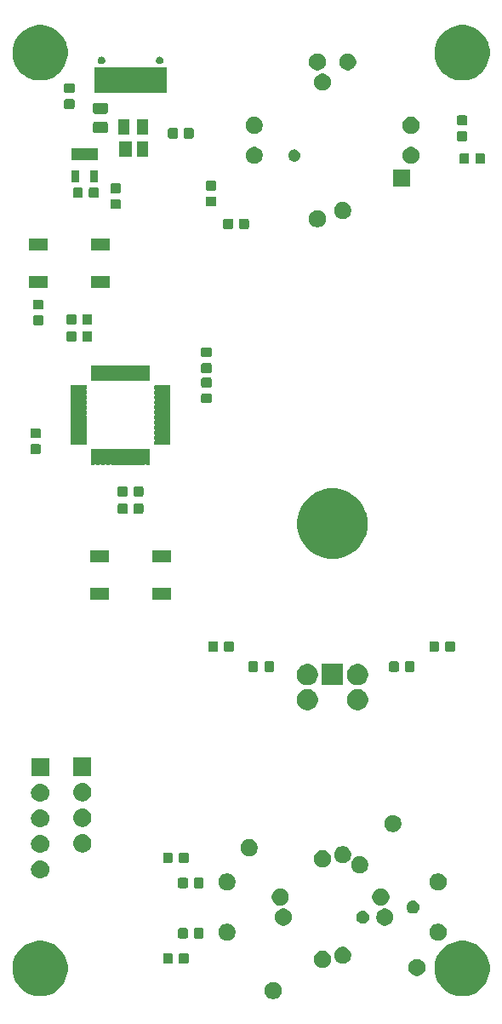
<source format=gts>
G04 #@! TF.GenerationSoftware,KiCad,Pcbnew,(5.1.2)-1*
G04 #@! TF.CreationDate,2019-06-30T01:41:10-07:00*
G04 #@! TF.ProjectId,joy,6a6f792e-6b69-4636-9164-5f7063625858,rev?*
G04 #@! TF.SameCoordinates,Original*
G04 #@! TF.FileFunction,Soldermask,Top*
G04 #@! TF.FilePolarity,Negative*
%FSLAX46Y46*%
G04 Gerber Fmt 4.6, Leading zero omitted, Abs format (unit mm)*
G04 Created by KiCad (PCBNEW (5.1.2)-1) date 2019-06-30 01:41:10*
%MOMM*%
%LPD*%
G04 APERTURE LIST*
%ADD10C,0.100000*%
G04 APERTURE END LIST*
D10*
G36*
X27448228Y-96381703D02*
G01*
X27603100Y-96445853D01*
X27742481Y-96538985D01*
X27861015Y-96657519D01*
X27954147Y-96796900D01*
X28018297Y-96951772D01*
X28051000Y-97116184D01*
X28051000Y-97283816D01*
X28018297Y-97448228D01*
X27954147Y-97603100D01*
X27861015Y-97742481D01*
X27742481Y-97861015D01*
X27603100Y-97954147D01*
X27448228Y-98018297D01*
X27283816Y-98051000D01*
X27116184Y-98051000D01*
X26951772Y-98018297D01*
X26796900Y-97954147D01*
X26657519Y-97861015D01*
X26538985Y-97742481D01*
X26445853Y-97603100D01*
X26381703Y-97448228D01*
X26349000Y-97283816D01*
X26349000Y-97116184D01*
X26381703Y-96951772D01*
X26445853Y-96796900D01*
X26538985Y-96657519D01*
X26657519Y-96538985D01*
X26796900Y-96445853D01*
X26951772Y-96381703D01*
X27116184Y-96349000D01*
X27283816Y-96349000D01*
X27448228Y-96381703D01*
X27448228Y-96381703D01*
G37*
G36*
X46536693Y-92301859D02*
G01*
X46802437Y-92354719D01*
X47303087Y-92562095D01*
X47483561Y-92682684D01*
X47753660Y-92863158D01*
X48136842Y-93246340D01*
X48292095Y-93478693D01*
X48437905Y-93696913D01*
X48645281Y-94197563D01*
X48688247Y-94413569D01*
X48751000Y-94729049D01*
X48751000Y-95270951D01*
X48715186Y-95451000D01*
X48645281Y-95802437D01*
X48437905Y-96303087D01*
X48322160Y-96476311D01*
X48136842Y-96753660D01*
X47753660Y-97136842D01*
X47533697Y-97283816D01*
X47303087Y-97437905D01*
X46802437Y-97645281D01*
X46536693Y-97698141D01*
X46270951Y-97751000D01*
X45729049Y-97751000D01*
X45463306Y-97698140D01*
X45197563Y-97645281D01*
X44696913Y-97437905D01*
X44466303Y-97283816D01*
X44246340Y-97136842D01*
X43863158Y-96753660D01*
X43677840Y-96476311D01*
X43562095Y-96303087D01*
X43354719Y-95802437D01*
X43284814Y-95451000D01*
X43249000Y-95270951D01*
X43249000Y-94729049D01*
X43311753Y-94413569D01*
X43354719Y-94197563D01*
X43562095Y-93696913D01*
X43707905Y-93478693D01*
X43863158Y-93246340D01*
X44246340Y-92863158D01*
X44516439Y-92682684D01*
X44696913Y-92562095D01*
X45197563Y-92354719D01*
X45463307Y-92301859D01*
X45729049Y-92249000D01*
X46270951Y-92249000D01*
X46536693Y-92301859D01*
X46536693Y-92301859D01*
G37*
G36*
X4536693Y-92301859D02*
G01*
X4802437Y-92354719D01*
X5303087Y-92562095D01*
X5483561Y-92682684D01*
X5753660Y-92863158D01*
X6136842Y-93246340D01*
X6292095Y-93478693D01*
X6437905Y-93696913D01*
X6645281Y-94197563D01*
X6688247Y-94413569D01*
X6751000Y-94729049D01*
X6751000Y-95270951D01*
X6715186Y-95451000D01*
X6645281Y-95802437D01*
X6437905Y-96303087D01*
X6322160Y-96476311D01*
X6136842Y-96753660D01*
X5753660Y-97136842D01*
X5533697Y-97283816D01*
X5303087Y-97437905D01*
X4802437Y-97645281D01*
X4536694Y-97698140D01*
X4270951Y-97751000D01*
X3729049Y-97751000D01*
X3463306Y-97698140D01*
X3197563Y-97645281D01*
X2696913Y-97437905D01*
X2466303Y-97283816D01*
X2246340Y-97136842D01*
X1863158Y-96753660D01*
X1677840Y-96476311D01*
X1562095Y-96303087D01*
X1354719Y-95802437D01*
X1284814Y-95451000D01*
X1249000Y-95270951D01*
X1249000Y-94729049D01*
X1311753Y-94413569D01*
X1354719Y-94197563D01*
X1562095Y-93696913D01*
X1707905Y-93478693D01*
X1863158Y-93246340D01*
X2246340Y-92863158D01*
X2516439Y-92682684D01*
X2696913Y-92562095D01*
X3197563Y-92354719D01*
X3463307Y-92301859D01*
X3729049Y-92249000D01*
X4270951Y-92249000D01*
X4536693Y-92301859D01*
X4536693Y-92301859D01*
G37*
G36*
X41748228Y-94081703D02*
G01*
X41903100Y-94145853D01*
X42042481Y-94238985D01*
X42161015Y-94357519D01*
X42254147Y-94496900D01*
X42318297Y-94651772D01*
X42351000Y-94816184D01*
X42351000Y-94983816D01*
X42318297Y-95148228D01*
X42254147Y-95303100D01*
X42161015Y-95442481D01*
X42042481Y-95561015D01*
X41903100Y-95654147D01*
X41748228Y-95718297D01*
X41583816Y-95751000D01*
X41416184Y-95751000D01*
X41251772Y-95718297D01*
X41096900Y-95654147D01*
X40957519Y-95561015D01*
X40838985Y-95442481D01*
X40745853Y-95303100D01*
X40681703Y-95148228D01*
X40649000Y-94983816D01*
X40649000Y-94816184D01*
X40681703Y-94651772D01*
X40745853Y-94496900D01*
X40838985Y-94357519D01*
X40957519Y-94238985D01*
X41096900Y-94145853D01*
X41251772Y-94081703D01*
X41416184Y-94049000D01*
X41583816Y-94049000D01*
X41748228Y-94081703D01*
X41748228Y-94081703D01*
G37*
G36*
X32348228Y-93281703D02*
G01*
X32503100Y-93345853D01*
X32642481Y-93438985D01*
X32761015Y-93557519D01*
X32854147Y-93696900D01*
X32918297Y-93851772D01*
X32951000Y-94016184D01*
X32951000Y-94183816D01*
X32918297Y-94348228D01*
X32854147Y-94503100D01*
X32761015Y-94642481D01*
X32642481Y-94761015D01*
X32503100Y-94854147D01*
X32348228Y-94918297D01*
X32183816Y-94951000D01*
X32016184Y-94951000D01*
X31851772Y-94918297D01*
X31696900Y-94854147D01*
X31557519Y-94761015D01*
X31438985Y-94642481D01*
X31345853Y-94503100D01*
X31281703Y-94348228D01*
X31249000Y-94183816D01*
X31249000Y-94016184D01*
X31281703Y-93851772D01*
X31345853Y-93696900D01*
X31438985Y-93557519D01*
X31557519Y-93438985D01*
X31696900Y-93345853D01*
X31851772Y-93281703D01*
X32016184Y-93249000D01*
X32183816Y-93249000D01*
X32348228Y-93281703D01*
X32348228Y-93281703D01*
G37*
G36*
X34348228Y-92881703D02*
G01*
X34503100Y-92945853D01*
X34642481Y-93038985D01*
X34761015Y-93157519D01*
X34854147Y-93296900D01*
X34918297Y-93451772D01*
X34951000Y-93616184D01*
X34951000Y-93783816D01*
X34918297Y-93948228D01*
X34854147Y-94103100D01*
X34761015Y-94242481D01*
X34642481Y-94361015D01*
X34503100Y-94454147D01*
X34348228Y-94518297D01*
X34183816Y-94551000D01*
X34016184Y-94551000D01*
X33851772Y-94518297D01*
X33696900Y-94454147D01*
X33557519Y-94361015D01*
X33438985Y-94242481D01*
X33345853Y-94103100D01*
X33281703Y-93948228D01*
X33249000Y-93783816D01*
X33249000Y-93616184D01*
X33281703Y-93451772D01*
X33345853Y-93296900D01*
X33438985Y-93157519D01*
X33557519Y-93038985D01*
X33696900Y-92945853D01*
X33851772Y-92881703D01*
X34016184Y-92849000D01*
X34183816Y-92849000D01*
X34348228Y-92881703D01*
X34348228Y-92881703D01*
G37*
G36*
X17054591Y-93478085D02*
G01*
X17088569Y-93488393D01*
X17119890Y-93505134D01*
X17147339Y-93527661D01*
X17169866Y-93555110D01*
X17186607Y-93586431D01*
X17196915Y-93620409D01*
X17201000Y-93661890D01*
X17201000Y-94338110D01*
X17196915Y-94379591D01*
X17186607Y-94413569D01*
X17169866Y-94444890D01*
X17147339Y-94472339D01*
X17119890Y-94494866D01*
X17088569Y-94511607D01*
X17054591Y-94521915D01*
X17013110Y-94526000D01*
X16411890Y-94526000D01*
X16370409Y-94521915D01*
X16336431Y-94511607D01*
X16305110Y-94494866D01*
X16277661Y-94472339D01*
X16255134Y-94444890D01*
X16238393Y-94413569D01*
X16228085Y-94379591D01*
X16224000Y-94338110D01*
X16224000Y-93661890D01*
X16228085Y-93620409D01*
X16238393Y-93586431D01*
X16255134Y-93555110D01*
X16277661Y-93527661D01*
X16305110Y-93505134D01*
X16336431Y-93488393D01*
X16370409Y-93478085D01*
X16411890Y-93474000D01*
X17013110Y-93474000D01*
X17054591Y-93478085D01*
X17054591Y-93478085D01*
G37*
G36*
X18629591Y-93478085D02*
G01*
X18663569Y-93488393D01*
X18694890Y-93505134D01*
X18722339Y-93527661D01*
X18744866Y-93555110D01*
X18761607Y-93586431D01*
X18771915Y-93620409D01*
X18776000Y-93661890D01*
X18776000Y-94338110D01*
X18771915Y-94379591D01*
X18761607Y-94413569D01*
X18744866Y-94444890D01*
X18722339Y-94472339D01*
X18694890Y-94494866D01*
X18663569Y-94511607D01*
X18629591Y-94521915D01*
X18588110Y-94526000D01*
X17986890Y-94526000D01*
X17945409Y-94521915D01*
X17911431Y-94511607D01*
X17880110Y-94494866D01*
X17852661Y-94472339D01*
X17830134Y-94444890D01*
X17813393Y-94413569D01*
X17803085Y-94379591D01*
X17799000Y-94338110D01*
X17799000Y-93661890D01*
X17803085Y-93620409D01*
X17813393Y-93586431D01*
X17830134Y-93555110D01*
X17852661Y-93527661D01*
X17880110Y-93505134D01*
X17911431Y-93488393D01*
X17945409Y-93478085D01*
X17986890Y-93474000D01*
X18588110Y-93474000D01*
X18629591Y-93478085D01*
X18629591Y-93478085D01*
G37*
G36*
X22848228Y-90581703D02*
G01*
X23003100Y-90645853D01*
X23142481Y-90738985D01*
X23261015Y-90857519D01*
X23354147Y-90996900D01*
X23418297Y-91151772D01*
X23451000Y-91316184D01*
X23451000Y-91483816D01*
X23418297Y-91648228D01*
X23354147Y-91803100D01*
X23261015Y-91942481D01*
X23142481Y-92061015D01*
X23003100Y-92154147D01*
X22848228Y-92218297D01*
X22683816Y-92251000D01*
X22516184Y-92251000D01*
X22351772Y-92218297D01*
X22196900Y-92154147D01*
X22057519Y-92061015D01*
X21938985Y-91942481D01*
X21845853Y-91803100D01*
X21781703Y-91648228D01*
X21749000Y-91483816D01*
X21749000Y-91316184D01*
X21781703Y-91151772D01*
X21845853Y-90996900D01*
X21938985Y-90857519D01*
X22057519Y-90738985D01*
X22196900Y-90645853D01*
X22351772Y-90581703D01*
X22516184Y-90549000D01*
X22683816Y-90549000D01*
X22848228Y-90581703D01*
X22848228Y-90581703D01*
G37*
G36*
X43848228Y-90581703D02*
G01*
X44003100Y-90645853D01*
X44142481Y-90738985D01*
X44261015Y-90857519D01*
X44354147Y-90996900D01*
X44418297Y-91151772D01*
X44451000Y-91316184D01*
X44451000Y-91483816D01*
X44418297Y-91648228D01*
X44354147Y-91803100D01*
X44261015Y-91942481D01*
X44142481Y-92061015D01*
X44003100Y-92154147D01*
X43848228Y-92218297D01*
X43683816Y-92251000D01*
X43516184Y-92251000D01*
X43351772Y-92218297D01*
X43196900Y-92154147D01*
X43057519Y-92061015D01*
X42938985Y-91942481D01*
X42845853Y-91803100D01*
X42781703Y-91648228D01*
X42749000Y-91483816D01*
X42749000Y-91316184D01*
X42781703Y-91151772D01*
X42845853Y-90996900D01*
X42938985Y-90857519D01*
X43057519Y-90738985D01*
X43196900Y-90645853D01*
X43351772Y-90581703D01*
X43516184Y-90549000D01*
X43683816Y-90549000D01*
X43848228Y-90581703D01*
X43848228Y-90581703D01*
G37*
G36*
X20129591Y-90978085D02*
G01*
X20163569Y-90988393D01*
X20194890Y-91005134D01*
X20222339Y-91027661D01*
X20244866Y-91055110D01*
X20261607Y-91086431D01*
X20271915Y-91120409D01*
X20276000Y-91161890D01*
X20276000Y-91838110D01*
X20271915Y-91879591D01*
X20261607Y-91913569D01*
X20244866Y-91944890D01*
X20222339Y-91972339D01*
X20194890Y-91994866D01*
X20163569Y-92011607D01*
X20129591Y-92021915D01*
X20088110Y-92026000D01*
X19486890Y-92026000D01*
X19445409Y-92021915D01*
X19411431Y-92011607D01*
X19380110Y-91994866D01*
X19352661Y-91972339D01*
X19330134Y-91944890D01*
X19313393Y-91913569D01*
X19303085Y-91879591D01*
X19299000Y-91838110D01*
X19299000Y-91161890D01*
X19303085Y-91120409D01*
X19313393Y-91086431D01*
X19330134Y-91055110D01*
X19352661Y-91027661D01*
X19380110Y-91005134D01*
X19411431Y-90988393D01*
X19445409Y-90978085D01*
X19486890Y-90974000D01*
X20088110Y-90974000D01*
X20129591Y-90978085D01*
X20129591Y-90978085D01*
G37*
G36*
X18554591Y-90978085D02*
G01*
X18588569Y-90988393D01*
X18619890Y-91005134D01*
X18647339Y-91027661D01*
X18669866Y-91055110D01*
X18686607Y-91086431D01*
X18696915Y-91120409D01*
X18701000Y-91161890D01*
X18701000Y-91838110D01*
X18696915Y-91879591D01*
X18686607Y-91913569D01*
X18669866Y-91944890D01*
X18647339Y-91972339D01*
X18619890Y-91994866D01*
X18588569Y-92011607D01*
X18554591Y-92021915D01*
X18513110Y-92026000D01*
X17911890Y-92026000D01*
X17870409Y-92021915D01*
X17836431Y-92011607D01*
X17805110Y-91994866D01*
X17777661Y-91972339D01*
X17755134Y-91944890D01*
X17738393Y-91913569D01*
X17728085Y-91879591D01*
X17724000Y-91838110D01*
X17724000Y-91161890D01*
X17728085Y-91120409D01*
X17738393Y-91086431D01*
X17755134Y-91055110D01*
X17777661Y-91027661D01*
X17805110Y-91005134D01*
X17836431Y-90988393D01*
X17870409Y-90978085D01*
X17911890Y-90974000D01*
X18513110Y-90974000D01*
X18554591Y-90978085D01*
X18554591Y-90978085D01*
G37*
G36*
X38548228Y-89081703D02*
G01*
X38703100Y-89145853D01*
X38842481Y-89238985D01*
X38961015Y-89357519D01*
X39054147Y-89496900D01*
X39118297Y-89651772D01*
X39151000Y-89816184D01*
X39151000Y-89983816D01*
X39118297Y-90148228D01*
X39054147Y-90303100D01*
X38961015Y-90442481D01*
X38842481Y-90561015D01*
X38703100Y-90654147D01*
X38548228Y-90718297D01*
X38383816Y-90751000D01*
X38216184Y-90751000D01*
X38051772Y-90718297D01*
X37896900Y-90654147D01*
X37757519Y-90561015D01*
X37638985Y-90442481D01*
X37545853Y-90303100D01*
X37481703Y-90148228D01*
X37449000Y-89983816D01*
X37449000Y-89816184D01*
X37481703Y-89651772D01*
X37545853Y-89496900D01*
X37638985Y-89357519D01*
X37757519Y-89238985D01*
X37896900Y-89145853D01*
X38051772Y-89081703D01*
X38216184Y-89049000D01*
X38383816Y-89049000D01*
X38548228Y-89081703D01*
X38548228Y-89081703D01*
G37*
G36*
X28448228Y-89081703D02*
G01*
X28603100Y-89145853D01*
X28742481Y-89238985D01*
X28861015Y-89357519D01*
X28954147Y-89496900D01*
X29018297Y-89651772D01*
X29051000Y-89816184D01*
X29051000Y-89983816D01*
X29018297Y-90148228D01*
X28954147Y-90303100D01*
X28861015Y-90442481D01*
X28742481Y-90561015D01*
X28603100Y-90654147D01*
X28448228Y-90718297D01*
X28283816Y-90751000D01*
X28116184Y-90751000D01*
X27951772Y-90718297D01*
X27796900Y-90654147D01*
X27657519Y-90561015D01*
X27538985Y-90442481D01*
X27445853Y-90303100D01*
X27381703Y-90148228D01*
X27349000Y-89983816D01*
X27349000Y-89816184D01*
X27381703Y-89651772D01*
X27445853Y-89496900D01*
X27538985Y-89357519D01*
X27657519Y-89238985D01*
X27796900Y-89145853D01*
X27951772Y-89081703D01*
X28116184Y-89049000D01*
X28283816Y-89049000D01*
X28448228Y-89081703D01*
X28448228Y-89081703D01*
G37*
G36*
X36289890Y-89274017D02*
G01*
X36408364Y-89323091D01*
X36514988Y-89394335D01*
X36605665Y-89485012D01*
X36676909Y-89591636D01*
X36725983Y-89710110D01*
X36751000Y-89835882D01*
X36751000Y-89964118D01*
X36725983Y-90089890D01*
X36676909Y-90208364D01*
X36605665Y-90314988D01*
X36514988Y-90405665D01*
X36408364Y-90476909D01*
X36408363Y-90476910D01*
X36408362Y-90476910D01*
X36289890Y-90525983D01*
X36164119Y-90551000D01*
X36035881Y-90551000D01*
X35910110Y-90525983D01*
X35791638Y-90476910D01*
X35791637Y-90476910D01*
X35791636Y-90476909D01*
X35685012Y-90405665D01*
X35594335Y-90314988D01*
X35523091Y-90208364D01*
X35474017Y-90089890D01*
X35449000Y-89964118D01*
X35449000Y-89835882D01*
X35474017Y-89710110D01*
X35523091Y-89591636D01*
X35594335Y-89485012D01*
X35685012Y-89394335D01*
X35791636Y-89323091D01*
X35910110Y-89274017D01*
X36035881Y-89249000D01*
X36164119Y-89249000D01*
X36289890Y-89274017D01*
X36289890Y-89274017D01*
G37*
G36*
X41289890Y-88274017D02*
G01*
X41408364Y-88323091D01*
X41514988Y-88394335D01*
X41605665Y-88485012D01*
X41676909Y-88591636D01*
X41725983Y-88710110D01*
X41751000Y-88835882D01*
X41751000Y-88964118D01*
X41725983Y-89089890D01*
X41676909Y-89208364D01*
X41605665Y-89314988D01*
X41514988Y-89405665D01*
X41408364Y-89476909D01*
X41408363Y-89476910D01*
X41408362Y-89476910D01*
X41289890Y-89525983D01*
X41164119Y-89551000D01*
X41035881Y-89551000D01*
X40910110Y-89525983D01*
X40791638Y-89476910D01*
X40791637Y-89476910D01*
X40791636Y-89476909D01*
X40685012Y-89405665D01*
X40594335Y-89314988D01*
X40523091Y-89208364D01*
X40474017Y-89089890D01*
X40449000Y-88964118D01*
X40449000Y-88835882D01*
X40474017Y-88710110D01*
X40523091Y-88591636D01*
X40594335Y-88485012D01*
X40685012Y-88394335D01*
X40791636Y-88323091D01*
X40910110Y-88274017D01*
X41035881Y-88249000D01*
X41164119Y-88249000D01*
X41289890Y-88274017D01*
X41289890Y-88274017D01*
G37*
G36*
X38148228Y-87081703D02*
G01*
X38303100Y-87145853D01*
X38442481Y-87238985D01*
X38561015Y-87357519D01*
X38654147Y-87496900D01*
X38718297Y-87651772D01*
X38751000Y-87816184D01*
X38751000Y-87983816D01*
X38718297Y-88148228D01*
X38654147Y-88303100D01*
X38561015Y-88442481D01*
X38442481Y-88561015D01*
X38303100Y-88654147D01*
X38148228Y-88718297D01*
X37983816Y-88751000D01*
X37816184Y-88751000D01*
X37651772Y-88718297D01*
X37496900Y-88654147D01*
X37357519Y-88561015D01*
X37238985Y-88442481D01*
X37145853Y-88303100D01*
X37081703Y-88148228D01*
X37049000Y-87983816D01*
X37049000Y-87816184D01*
X37081703Y-87651772D01*
X37145853Y-87496900D01*
X37238985Y-87357519D01*
X37357519Y-87238985D01*
X37496900Y-87145853D01*
X37651772Y-87081703D01*
X37816184Y-87049000D01*
X37983816Y-87049000D01*
X38148228Y-87081703D01*
X38148228Y-87081703D01*
G37*
G36*
X28148228Y-87081703D02*
G01*
X28303100Y-87145853D01*
X28442481Y-87238985D01*
X28561015Y-87357519D01*
X28654147Y-87496900D01*
X28718297Y-87651772D01*
X28751000Y-87816184D01*
X28751000Y-87983816D01*
X28718297Y-88148228D01*
X28654147Y-88303100D01*
X28561015Y-88442481D01*
X28442481Y-88561015D01*
X28303100Y-88654147D01*
X28148228Y-88718297D01*
X27983816Y-88751000D01*
X27816184Y-88751000D01*
X27651772Y-88718297D01*
X27496900Y-88654147D01*
X27357519Y-88561015D01*
X27238985Y-88442481D01*
X27145853Y-88303100D01*
X27081703Y-88148228D01*
X27049000Y-87983816D01*
X27049000Y-87816184D01*
X27081703Y-87651772D01*
X27145853Y-87496900D01*
X27238985Y-87357519D01*
X27357519Y-87238985D01*
X27496900Y-87145853D01*
X27651772Y-87081703D01*
X27816184Y-87049000D01*
X27983816Y-87049000D01*
X28148228Y-87081703D01*
X28148228Y-87081703D01*
G37*
G36*
X43848228Y-85581703D02*
G01*
X44003100Y-85645853D01*
X44142481Y-85738985D01*
X44261015Y-85857519D01*
X44354147Y-85996900D01*
X44418297Y-86151772D01*
X44451000Y-86316184D01*
X44451000Y-86483816D01*
X44418297Y-86648228D01*
X44354147Y-86803100D01*
X44261015Y-86942481D01*
X44142481Y-87061015D01*
X44003100Y-87154147D01*
X43848228Y-87218297D01*
X43683816Y-87251000D01*
X43516184Y-87251000D01*
X43351772Y-87218297D01*
X43196900Y-87154147D01*
X43057519Y-87061015D01*
X42938985Y-86942481D01*
X42845853Y-86803100D01*
X42781703Y-86648228D01*
X42749000Y-86483816D01*
X42749000Y-86316184D01*
X42781703Y-86151772D01*
X42845853Y-85996900D01*
X42938985Y-85857519D01*
X43057519Y-85738985D01*
X43196900Y-85645853D01*
X43351772Y-85581703D01*
X43516184Y-85549000D01*
X43683816Y-85549000D01*
X43848228Y-85581703D01*
X43848228Y-85581703D01*
G37*
G36*
X22848228Y-85581703D02*
G01*
X23003100Y-85645853D01*
X23142481Y-85738985D01*
X23261015Y-85857519D01*
X23354147Y-85996900D01*
X23418297Y-86151772D01*
X23451000Y-86316184D01*
X23451000Y-86483816D01*
X23418297Y-86648228D01*
X23354147Y-86803100D01*
X23261015Y-86942481D01*
X23142481Y-87061015D01*
X23003100Y-87154147D01*
X22848228Y-87218297D01*
X22683816Y-87251000D01*
X22516184Y-87251000D01*
X22351772Y-87218297D01*
X22196900Y-87154147D01*
X22057519Y-87061015D01*
X21938985Y-86942481D01*
X21845853Y-86803100D01*
X21781703Y-86648228D01*
X21749000Y-86483816D01*
X21749000Y-86316184D01*
X21781703Y-86151772D01*
X21845853Y-85996900D01*
X21938985Y-85857519D01*
X22057519Y-85738985D01*
X22196900Y-85645853D01*
X22351772Y-85581703D01*
X22516184Y-85549000D01*
X22683816Y-85549000D01*
X22848228Y-85581703D01*
X22848228Y-85581703D01*
G37*
G36*
X20129591Y-85978085D02*
G01*
X20163569Y-85988393D01*
X20194890Y-86005134D01*
X20222339Y-86027661D01*
X20244866Y-86055110D01*
X20261607Y-86086431D01*
X20271915Y-86120409D01*
X20276000Y-86161890D01*
X20276000Y-86838110D01*
X20271915Y-86879591D01*
X20261607Y-86913569D01*
X20244866Y-86944890D01*
X20222339Y-86972339D01*
X20194890Y-86994866D01*
X20163569Y-87011607D01*
X20129591Y-87021915D01*
X20088110Y-87026000D01*
X19486890Y-87026000D01*
X19445409Y-87021915D01*
X19411431Y-87011607D01*
X19380110Y-86994866D01*
X19352661Y-86972339D01*
X19330134Y-86944890D01*
X19313393Y-86913569D01*
X19303085Y-86879591D01*
X19299000Y-86838110D01*
X19299000Y-86161890D01*
X19303085Y-86120409D01*
X19313393Y-86086431D01*
X19330134Y-86055110D01*
X19352661Y-86027661D01*
X19380110Y-86005134D01*
X19411431Y-85988393D01*
X19445409Y-85978085D01*
X19486890Y-85974000D01*
X20088110Y-85974000D01*
X20129591Y-85978085D01*
X20129591Y-85978085D01*
G37*
G36*
X18554591Y-85978085D02*
G01*
X18588569Y-85988393D01*
X18619890Y-86005134D01*
X18647339Y-86027661D01*
X18669866Y-86055110D01*
X18686607Y-86086431D01*
X18696915Y-86120409D01*
X18701000Y-86161890D01*
X18701000Y-86838110D01*
X18696915Y-86879591D01*
X18686607Y-86913569D01*
X18669866Y-86944890D01*
X18647339Y-86972339D01*
X18619890Y-86994866D01*
X18588569Y-87011607D01*
X18554591Y-87021915D01*
X18513110Y-87026000D01*
X17911890Y-87026000D01*
X17870409Y-87021915D01*
X17836431Y-87011607D01*
X17805110Y-86994866D01*
X17777661Y-86972339D01*
X17755134Y-86944890D01*
X17738393Y-86913569D01*
X17728085Y-86879591D01*
X17724000Y-86838110D01*
X17724000Y-86161890D01*
X17728085Y-86120409D01*
X17738393Y-86086431D01*
X17755134Y-86055110D01*
X17777661Y-86027661D01*
X17805110Y-86005134D01*
X17836431Y-85988393D01*
X17870409Y-85978085D01*
X17911890Y-85974000D01*
X18513110Y-85974000D01*
X18554591Y-85978085D01*
X18554591Y-85978085D01*
G37*
G36*
X4110443Y-84265519D02*
G01*
X4176627Y-84272037D01*
X4346466Y-84323557D01*
X4502991Y-84407222D01*
X4515451Y-84417448D01*
X4640186Y-84519814D01*
X4719274Y-84616184D01*
X4752778Y-84657009D01*
X4836443Y-84813534D01*
X4887963Y-84983373D01*
X4905359Y-85160000D01*
X4887963Y-85336627D01*
X4836443Y-85506466D01*
X4752778Y-85662991D01*
X4723448Y-85698729D01*
X4640186Y-85800186D01*
X4570323Y-85857520D01*
X4502991Y-85912778D01*
X4346466Y-85996443D01*
X4176627Y-86047963D01*
X4110443Y-86054481D01*
X4044260Y-86061000D01*
X3955740Y-86061000D01*
X3889557Y-86054481D01*
X3823373Y-86047963D01*
X3653534Y-85996443D01*
X3497009Y-85912778D01*
X3429677Y-85857520D01*
X3359814Y-85800186D01*
X3276552Y-85698729D01*
X3247222Y-85662991D01*
X3163557Y-85506466D01*
X3112037Y-85336627D01*
X3094641Y-85160000D01*
X3112037Y-84983373D01*
X3163557Y-84813534D01*
X3247222Y-84657009D01*
X3280726Y-84616184D01*
X3359814Y-84519814D01*
X3484549Y-84417448D01*
X3497009Y-84407222D01*
X3653534Y-84323557D01*
X3823373Y-84272037D01*
X3889557Y-84265519D01*
X3955740Y-84259000D01*
X4044260Y-84259000D01*
X4110443Y-84265519D01*
X4110443Y-84265519D01*
G37*
G36*
X36048228Y-83881703D02*
G01*
X36203100Y-83945853D01*
X36342481Y-84038985D01*
X36461015Y-84157519D01*
X36554147Y-84296900D01*
X36618297Y-84451772D01*
X36651000Y-84616184D01*
X36651000Y-84783816D01*
X36618297Y-84948228D01*
X36554147Y-85103100D01*
X36461015Y-85242481D01*
X36342481Y-85361015D01*
X36203100Y-85454147D01*
X36048228Y-85518297D01*
X35883816Y-85551000D01*
X35716184Y-85551000D01*
X35551772Y-85518297D01*
X35396900Y-85454147D01*
X35257519Y-85361015D01*
X35138985Y-85242481D01*
X35045853Y-85103100D01*
X34981703Y-84948228D01*
X34949000Y-84783816D01*
X34949000Y-84616184D01*
X34981703Y-84451772D01*
X35045853Y-84296900D01*
X35138985Y-84157519D01*
X35257519Y-84038985D01*
X35396900Y-83945853D01*
X35551772Y-83881703D01*
X35716184Y-83849000D01*
X35883816Y-83849000D01*
X36048228Y-83881703D01*
X36048228Y-83881703D01*
G37*
G36*
X32348228Y-83281703D02*
G01*
X32503100Y-83345853D01*
X32642481Y-83438985D01*
X32761015Y-83557519D01*
X32854147Y-83696900D01*
X32918297Y-83851772D01*
X32951000Y-84016184D01*
X32951000Y-84183816D01*
X32918297Y-84348228D01*
X32854147Y-84503100D01*
X32761015Y-84642481D01*
X32642481Y-84761015D01*
X32503100Y-84854147D01*
X32348228Y-84918297D01*
X32183816Y-84951000D01*
X32016184Y-84951000D01*
X31851772Y-84918297D01*
X31696900Y-84854147D01*
X31557519Y-84761015D01*
X31438985Y-84642481D01*
X31345853Y-84503100D01*
X31281703Y-84348228D01*
X31249000Y-84183816D01*
X31249000Y-84016184D01*
X31281703Y-83851772D01*
X31345853Y-83696900D01*
X31438985Y-83557519D01*
X31557519Y-83438985D01*
X31696900Y-83345853D01*
X31851772Y-83281703D01*
X32016184Y-83249000D01*
X32183816Y-83249000D01*
X32348228Y-83281703D01*
X32348228Y-83281703D01*
G37*
G36*
X34348228Y-82881703D02*
G01*
X34503100Y-82945853D01*
X34642481Y-83038985D01*
X34761015Y-83157519D01*
X34854147Y-83296900D01*
X34918297Y-83451772D01*
X34951000Y-83616184D01*
X34951000Y-83783816D01*
X34918297Y-83948228D01*
X34854147Y-84103100D01*
X34761015Y-84242481D01*
X34642481Y-84361015D01*
X34503100Y-84454147D01*
X34348228Y-84518297D01*
X34183816Y-84551000D01*
X34016184Y-84551000D01*
X33851772Y-84518297D01*
X33696900Y-84454147D01*
X33557519Y-84361015D01*
X33438985Y-84242481D01*
X33345853Y-84103100D01*
X33281703Y-83948228D01*
X33249000Y-83783816D01*
X33249000Y-83616184D01*
X33281703Y-83451772D01*
X33345853Y-83296900D01*
X33438985Y-83157519D01*
X33557519Y-83038985D01*
X33696900Y-82945853D01*
X33851772Y-82881703D01*
X34016184Y-82849000D01*
X34183816Y-82849000D01*
X34348228Y-82881703D01*
X34348228Y-82881703D01*
G37*
G36*
X18629591Y-83478085D02*
G01*
X18663569Y-83488393D01*
X18694890Y-83505134D01*
X18722339Y-83527661D01*
X18744866Y-83555110D01*
X18761607Y-83586431D01*
X18771915Y-83620409D01*
X18776000Y-83661890D01*
X18776000Y-84338110D01*
X18771915Y-84379591D01*
X18761607Y-84413569D01*
X18744866Y-84444890D01*
X18722339Y-84472339D01*
X18694890Y-84494866D01*
X18663569Y-84511607D01*
X18629591Y-84521915D01*
X18588110Y-84526000D01*
X17986890Y-84526000D01*
X17945409Y-84521915D01*
X17911431Y-84511607D01*
X17880110Y-84494866D01*
X17852661Y-84472339D01*
X17830134Y-84444890D01*
X17813393Y-84413569D01*
X17803085Y-84379591D01*
X17799000Y-84338110D01*
X17799000Y-83661890D01*
X17803085Y-83620409D01*
X17813393Y-83586431D01*
X17830134Y-83555110D01*
X17852661Y-83527661D01*
X17880110Y-83505134D01*
X17911431Y-83488393D01*
X17945409Y-83478085D01*
X17986890Y-83474000D01*
X18588110Y-83474000D01*
X18629591Y-83478085D01*
X18629591Y-83478085D01*
G37*
G36*
X17054591Y-83478085D02*
G01*
X17088569Y-83488393D01*
X17119890Y-83505134D01*
X17147339Y-83527661D01*
X17169866Y-83555110D01*
X17186607Y-83586431D01*
X17196915Y-83620409D01*
X17201000Y-83661890D01*
X17201000Y-84338110D01*
X17196915Y-84379591D01*
X17186607Y-84413569D01*
X17169866Y-84444890D01*
X17147339Y-84472339D01*
X17119890Y-84494866D01*
X17088569Y-84511607D01*
X17054591Y-84521915D01*
X17013110Y-84526000D01*
X16411890Y-84526000D01*
X16370409Y-84521915D01*
X16336431Y-84511607D01*
X16305110Y-84494866D01*
X16277661Y-84472339D01*
X16255134Y-84444890D01*
X16238393Y-84413569D01*
X16228085Y-84379591D01*
X16224000Y-84338110D01*
X16224000Y-83661890D01*
X16228085Y-83620409D01*
X16238393Y-83586431D01*
X16255134Y-83555110D01*
X16277661Y-83527661D01*
X16305110Y-83505134D01*
X16336431Y-83488393D01*
X16370409Y-83478085D01*
X16411890Y-83474000D01*
X17013110Y-83474000D01*
X17054591Y-83478085D01*
X17054591Y-83478085D01*
G37*
G36*
X25048228Y-82181703D02*
G01*
X25203100Y-82245853D01*
X25342481Y-82338985D01*
X25461015Y-82457519D01*
X25554147Y-82596900D01*
X25618297Y-82751772D01*
X25651000Y-82916184D01*
X25651000Y-83083816D01*
X25618297Y-83248228D01*
X25554147Y-83403100D01*
X25461015Y-83542481D01*
X25342481Y-83661015D01*
X25203100Y-83754147D01*
X25048228Y-83818297D01*
X24883816Y-83851000D01*
X24716184Y-83851000D01*
X24551772Y-83818297D01*
X24396900Y-83754147D01*
X24257519Y-83661015D01*
X24138985Y-83542481D01*
X24045853Y-83403100D01*
X23981703Y-83248228D01*
X23949000Y-83083816D01*
X23949000Y-82916184D01*
X23981703Y-82751772D01*
X24045853Y-82596900D01*
X24138985Y-82457519D01*
X24257519Y-82338985D01*
X24396900Y-82245853D01*
X24551772Y-82181703D01*
X24716184Y-82149000D01*
X24883816Y-82149000D01*
X25048228Y-82181703D01*
X25048228Y-82181703D01*
G37*
G36*
X4110442Y-81725518D02*
G01*
X4176627Y-81732037D01*
X4346466Y-81783557D01*
X4502991Y-81867222D01*
X4538729Y-81896552D01*
X4640186Y-81979814D01*
X4723448Y-82081271D01*
X4752778Y-82117009D01*
X4836443Y-82273534D01*
X4887963Y-82443373D01*
X4905359Y-82620000D01*
X4887963Y-82796627D01*
X4836443Y-82966466D01*
X4752778Y-83122991D01*
X4724441Y-83157519D01*
X4640186Y-83260186D01*
X4563916Y-83322778D01*
X4502991Y-83372778D01*
X4346466Y-83456443D01*
X4176627Y-83507963D01*
X4110443Y-83514481D01*
X4044260Y-83521000D01*
X3955740Y-83521000D01*
X3889557Y-83514481D01*
X3823373Y-83507963D01*
X3653534Y-83456443D01*
X3497009Y-83372778D01*
X3436084Y-83322778D01*
X3359814Y-83260186D01*
X3275559Y-83157519D01*
X3247222Y-83122991D01*
X3163557Y-82966466D01*
X3112037Y-82796627D01*
X3094641Y-82620000D01*
X3112037Y-82443373D01*
X3163557Y-82273534D01*
X3247222Y-82117009D01*
X3276552Y-82081271D01*
X3359814Y-81979814D01*
X3461271Y-81896552D01*
X3497009Y-81867222D01*
X3653534Y-81783557D01*
X3823373Y-81732037D01*
X3889558Y-81725518D01*
X3955740Y-81719000D01*
X4044260Y-81719000D01*
X4110442Y-81725518D01*
X4110442Y-81725518D01*
G37*
G36*
X8310443Y-81675519D02*
G01*
X8376627Y-81682037D01*
X8546466Y-81733557D01*
X8702991Y-81817222D01*
X8738729Y-81846552D01*
X8840186Y-81929814D01*
X8923448Y-82031271D01*
X8952778Y-82067009D01*
X9036443Y-82223534D01*
X9087963Y-82393373D01*
X9105359Y-82570000D01*
X9087963Y-82746627D01*
X9036443Y-82916466D01*
X8952778Y-83072991D01*
X8943894Y-83083816D01*
X8840186Y-83210186D01*
X8738729Y-83293448D01*
X8702991Y-83322778D01*
X8546466Y-83406443D01*
X8376627Y-83457963D01*
X8310442Y-83464482D01*
X8244260Y-83471000D01*
X8155740Y-83471000D01*
X8089558Y-83464482D01*
X8023373Y-83457963D01*
X7853534Y-83406443D01*
X7697009Y-83322778D01*
X7661271Y-83293448D01*
X7559814Y-83210186D01*
X7456106Y-83083816D01*
X7447222Y-83072991D01*
X7363557Y-82916466D01*
X7312037Y-82746627D01*
X7294641Y-82570000D01*
X7312037Y-82393373D01*
X7363557Y-82223534D01*
X7447222Y-82067009D01*
X7476552Y-82031271D01*
X7559814Y-81929814D01*
X7661271Y-81846552D01*
X7697009Y-81817222D01*
X7853534Y-81733557D01*
X8023373Y-81682037D01*
X8089557Y-81675519D01*
X8155740Y-81669000D01*
X8244260Y-81669000D01*
X8310443Y-81675519D01*
X8310443Y-81675519D01*
G37*
G36*
X39348228Y-79781703D02*
G01*
X39503100Y-79845853D01*
X39642481Y-79938985D01*
X39761015Y-80057519D01*
X39854147Y-80196900D01*
X39918297Y-80351772D01*
X39951000Y-80516184D01*
X39951000Y-80683816D01*
X39918297Y-80848228D01*
X39854147Y-81003100D01*
X39761015Y-81142481D01*
X39642481Y-81261015D01*
X39503100Y-81354147D01*
X39348228Y-81418297D01*
X39183816Y-81451000D01*
X39016184Y-81451000D01*
X38851772Y-81418297D01*
X38696900Y-81354147D01*
X38557519Y-81261015D01*
X38438985Y-81142481D01*
X38345853Y-81003100D01*
X38281703Y-80848228D01*
X38249000Y-80683816D01*
X38249000Y-80516184D01*
X38281703Y-80351772D01*
X38345853Y-80196900D01*
X38438985Y-80057519D01*
X38557519Y-79938985D01*
X38696900Y-79845853D01*
X38851772Y-79781703D01*
X39016184Y-79749000D01*
X39183816Y-79749000D01*
X39348228Y-79781703D01*
X39348228Y-79781703D01*
G37*
G36*
X4110443Y-79185519D02*
G01*
X4176627Y-79192037D01*
X4346466Y-79243557D01*
X4502991Y-79327222D01*
X4538729Y-79356552D01*
X4640186Y-79439814D01*
X4723448Y-79541271D01*
X4752778Y-79577009D01*
X4836443Y-79733534D01*
X4887963Y-79903373D01*
X4905359Y-80080000D01*
X4887963Y-80256627D01*
X4836443Y-80426466D01*
X4752778Y-80582991D01*
X4723448Y-80618729D01*
X4640186Y-80720186D01*
X4563916Y-80782778D01*
X4502991Y-80832778D01*
X4346466Y-80916443D01*
X4176627Y-80967963D01*
X4110442Y-80974482D01*
X4044260Y-80981000D01*
X3955740Y-80981000D01*
X3889558Y-80974482D01*
X3823373Y-80967963D01*
X3653534Y-80916443D01*
X3497009Y-80832778D01*
X3436084Y-80782778D01*
X3359814Y-80720186D01*
X3276552Y-80618729D01*
X3247222Y-80582991D01*
X3163557Y-80426466D01*
X3112037Y-80256627D01*
X3094641Y-80080000D01*
X3112037Y-79903373D01*
X3163557Y-79733534D01*
X3247222Y-79577009D01*
X3276552Y-79541271D01*
X3359814Y-79439814D01*
X3461271Y-79356552D01*
X3497009Y-79327222D01*
X3653534Y-79243557D01*
X3823373Y-79192037D01*
X3889557Y-79185519D01*
X3955740Y-79179000D01*
X4044260Y-79179000D01*
X4110443Y-79185519D01*
X4110443Y-79185519D01*
G37*
G36*
X8310443Y-79135519D02*
G01*
X8376627Y-79142037D01*
X8546466Y-79193557D01*
X8702991Y-79277222D01*
X8738729Y-79306552D01*
X8840186Y-79389814D01*
X8923448Y-79491271D01*
X8952778Y-79527009D01*
X9036443Y-79683534D01*
X9087963Y-79853373D01*
X9105359Y-80030000D01*
X9087963Y-80206627D01*
X9036443Y-80376466D01*
X8952778Y-80532991D01*
X8923448Y-80568729D01*
X8840186Y-80670186D01*
X8738729Y-80753448D01*
X8702991Y-80782778D01*
X8546466Y-80866443D01*
X8376627Y-80917963D01*
X8310443Y-80924481D01*
X8244260Y-80931000D01*
X8155740Y-80931000D01*
X8089557Y-80924481D01*
X8023373Y-80917963D01*
X7853534Y-80866443D01*
X7697009Y-80782778D01*
X7661271Y-80753448D01*
X7559814Y-80670186D01*
X7476552Y-80568729D01*
X7447222Y-80532991D01*
X7363557Y-80376466D01*
X7312037Y-80206627D01*
X7294641Y-80030000D01*
X7312037Y-79853373D01*
X7363557Y-79683534D01*
X7447222Y-79527009D01*
X7476552Y-79491271D01*
X7559814Y-79389814D01*
X7661271Y-79306552D01*
X7697009Y-79277222D01*
X7853534Y-79193557D01*
X8023373Y-79142037D01*
X8089557Y-79135519D01*
X8155740Y-79129000D01*
X8244260Y-79129000D01*
X8310443Y-79135519D01*
X8310443Y-79135519D01*
G37*
G36*
X4110442Y-76645518D02*
G01*
X4176627Y-76652037D01*
X4346466Y-76703557D01*
X4502991Y-76787222D01*
X4538729Y-76816552D01*
X4640186Y-76899814D01*
X4723448Y-77001271D01*
X4752778Y-77037009D01*
X4836443Y-77193534D01*
X4887963Y-77363373D01*
X4905359Y-77540000D01*
X4887963Y-77716627D01*
X4836443Y-77886466D01*
X4752778Y-78042991D01*
X4723448Y-78078729D01*
X4640186Y-78180186D01*
X4563916Y-78242778D01*
X4502991Y-78292778D01*
X4346466Y-78376443D01*
X4176627Y-78427963D01*
X4110442Y-78434482D01*
X4044260Y-78441000D01*
X3955740Y-78441000D01*
X3889558Y-78434482D01*
X3823373Y-78427963D01*
X3653534Y-78376443D01*
X3497009Y-78292778D01*
X3436084Y-78242778D01*
X3359814Y-78180186D01*
X3276552Y-78078729D01*
X3247222Y-78042991D01*
X3163557Y-77886466D01*
X3112037Y-77716627D01*
X3094641Y-77540000D01*
X3112037Y-77363373D01*
X3163557Y-77193534D01*
X3247222Y-77037009D01*
X3276552Y-77001271D01*
X3359814Y-76899814D01*
X3461271Y-76816552D01*
X3497009Y-76787222D01*
X3653534Y-76703557D01*
X3823373Y-76652037D01*
X3889558Y-76645518D01*
X3955740Y-76639000D01*
X4044260Y-76639000D01*
X4110442Y-76645518D01*
X4110442Y-76645518D01*
G37*
G36*
X8310442Y-76595518D02*
G01*
X8376627Y-76602037D01*
X8546466Y-76653557D01*
X8702991Y-76737222D01*
X8738729Y-76766552D01*
X8840186Y-76849814D01*
X8923448Y-76951271D01*
X8952778Y-76987009D01*
X9036443Y-77143534D01*
X9087963Y-77313373D01*
X9105359Y-77490000D01*
X9087963Y-77666627D01*
X9036443Y-77836466D01*
X8952778Y-77992991D01*
X8923448Y-78028729D01*
X8840186Y-78130186D01*
X8738729Y-78213448D01*
X8702991Y-78242778D01*
X8546466Y-78326443D01*
X8376627Y-78377963D01*
X8310442Y-78384482D01*
X8244260Y-78391000D01*
X8155740Y-78391000D01*
X8089558Y-78384482D01*
X8023373Y-78377963D01*
X7853534Y-78326443D01*
X7697009Y-78242778D01*
X7661271Y-78213448D01*
X7559814Y-78130186D01*
X7476552Y-78028729D01*
X7447222Y-77992991D01*
X7363557Y-77836466D01*
X7312037Y-77666627D01*
X7294641Y-77490000D01*
X7312037Y-77313373D01*
X7363557Y-77143534D01*
X7447222Y-76987009D01*
X7476552Y-76951271D01*
X7559814Y-76849814D01*
X7661271Y-76766552D01*
X7697009Y-76737222D01*
X7853534Y-76653557D01*
X8023373Y-76602037D01*
X8089558Y-76595518D01*
X8155740Y-76589000D01*
X8244260Y-76589000D01*
X8310442Y-76595518D01*
X8310442Y-76595518D01*
G37*
G36*
X4901000Y-75901000D02*
G01*
X3099000Y-75901000D01*
X3099000Y-74099000D01*
X4901000Y-74099000D01*
X4901000Y-75901000D01*
X4901000Y-75901000D01*
G37*
G36*
X9101000Y-75851000D02*
G01*
X7299000Y-75851000D01*
X7299000Y-74049000D01*
X9101000Y-74049000D01*
X9101000Y-75851000D01*
X9101000Y-75851000D01*
G37*
G36*
X30906564Y-67289389D02*
G01*
X31097833Y-67368615D01*
X31097835Y-67368616D01*
X31269973Y-67483635D01*
X31416365Y-67630027D01*
X31531385Y-67802167D01*
X31610611Y-67993436D01*
X31651000Y-68196484D01*
X31651000Y-68403516D01*
X31610611Y-68606564D01*
X31531385Y-68797833D01*
X31531384Y-68797835D01*
X31416365Y-68969973D01*
X31269973Y-69116365D01*
X31097835Y-69231384D01*
X31097834Y-69231385D01*
X31097833Y-69231385D01*
X30906564Y-69310611D01*
X30703516Y-69351000D01*
X30496484Y-69351000D01*
X30293436Y-69310611D01*
X30102167Y-69231385D01*
X30102166Y-69231385D01*
X30102165Y-69231384D01*
X29930027Y-69116365D01*
X29783635Y-68969973D01*
X29668616Y-68797835D01*
X29668615Y-68797833D01*
X29589389Y-68606564D01*
X29549000Y-68403516D01*
X29549000Y-68196484D01*
X29589389Y-67993436D01*
X29668615Y-67802167D01*
X29783635Y-67630027D01*
X29930027Y-67483635D01*
X30102165Y-67368616D01*
X30102167Y-67368615D01*
X30293436Y-67289389D01*
X30496484Y-67249000D01*
X30703516Y-67249000D01*
X30906564Y-67289389D01*
X30906564Y-67289389D01*
G37*
G36*
X35906564Y-67289389D02*
G01*
X36097833Y-67368615D01*
X36097835Y-67368616D01*
X36269973Y-67483635D01*
X36416365Y-67630027D01*
X36531385Y-67802167D01*
X36610611Y-67993436D01*
X36651000Y-68196484D01*
X36651000Y-68403516D01*
X36610611Y-68606564D01*
X36531385Y-68797833D01*
X36531384Y-68797835D01*
X36416365Y-68969973D01*
X36269973Y-69116365D01*
X36097835Y-69231384D01*
X36097834Y-69231385D01*
X36097833Y-69231385D01*
X35906564Y-69310611D01*
X35703516Y-69351000D01*
X35496484Y-69351000D01*
X35293436Y-69310611D01*
X35102167Y-69231385D01*
X35102166Y-69231385D01*
X35102165Y-69231384D01*
X34930027Y-69116365D01*
X34783635Y-68969973D01*
X34668616Y-68797835D01*
X34668615Y-68797833D01*
X34589389Y-68606564D01*
X34549000Y-68403516D01*
X34549000Y-68196484D01*
X34589389Y-67993436D01*
X34668615Y-67802167D01*
X34783635Y-67630027D01*
X34930027Y-67483635D01*
X35102165Y-67368616D01*
X35102167Y-67368615D01*
X35293436Y-67289389D01*
X35496484Y-67249000D01*
X35703516Y-67249000D01*
X35906564Y-67289389D01*
X35906564Y-67289389D01*
G37*
G36*
X34151000Y-66851000D02*
G01*
X32049000Y-66851000D01*
X32049000Y-64749000D01*
X34151000Y-64749000D01*
X34151000Y-66851000D01*
X34151000Y-66851000D01*
G37*
G36*
X30906564Y-64789389D02*
G01*
X31097833Y-64868615D01*
X31097835Y-64868616D01*
X31269973Y-64983635D01*
X31416365Y-65130027D01*
X31531385Y-65302167D01*
X31610611Y-65493436D01*
X31651000Y-65696484D01*
X31651000Y-65903516D01*
X31610611Y-66106564D01*
X31531385Y-66297833D01*
X31531384Y-66297835D01*
X31416365Y-66469973D01*
X31269973Y-66616365D01*
X31097835Y-66731384D01*
X31097834Y-66731385D01*
X31097833Y-66731385D01*
X30906564Y-66810611D01*
X30703516Y-66851000D01*
X30496484Y-66851000D01*
X30293436Y-66810611D01*
X30102167Y-66731385D01*
X30102166Y-66731385D01*
X30102165Y-66731384D01*
X29930027Y-66616365D01*
X29783635Y-66469973D01*
X29668616Y-66297835D01*
X29668615Y-66297833D01*
X29589389Y-66106564D01*
X29549000Y-65903516D01*
X29549000Y-65696484D01*
X29589389Y-65493436D01*
X29668615Y-65302167D01*
X29783635Y-65130027D01*
X29930027Y-64983635D01*
X30102165Y-64868616D01*
X30102167Y-64868615D01*
X30293436Y-64789389D01*
X30496484Y-64749000D01*
X30703516Y-64749000D01*
X30906564Y-64789389D01*
X30906564Y-64789389D01*
G37*
G36*
X35906564Y-64789389D02*
G01*
X36097833Y-64868615D01*
X36097835Y-64868616D01*
X36269973Y-64983635D01*
X36416365Y-65130027D01*
X36531385Y-65302167D01*
X36610611Y-65493436D01*
X36651000Y-65696484D01*
X36651000Y-65903516D01*
X36610611Y-66106564D01*
X36531385Y-66297833D01*
X36531384Y-66297835D01*
X36416365Y-66469973D01*
X36269973Y-66616365D01*
X36097835Y-66731384D01*
X36097834Y-66731385D01*
X36097833Y-66731385D01*
X35906564Y-66810611D01*
X35703516Y-66851000D01*
X35496484Y-66851000D01*
X35293436Y-66810611D01*
X35102167Y-66731385D01*
X35102166Y-66731385D01*
X35102165Y-66731384D01*
X34930027Y-66616365D01*
X34783635Y-66469973D01*
X34668616Y-66297835D01*
X34668615Y-66297833D01*
X34589389Y-66106564D01*
X34549000Y-65903516D01*
X34549000Y-65696484D01*
X34589389Y-65493436D01*
X34668615Y-65302167D01*
X34783635Y-65130027D01*
X34930027Y-64983635D01*
X35102165Y-64868616D01*
X35102167Y-64868615D01*
X35293436Y-64789389D01*
X35496484Y-64749000D01*
X35703516Y-64749000D01*
X35906564Y-64789389D01*
X35906564Y-64789389D01*
G37*
G36*
X39554591Y-64478085D02*
G01*
X39588569Y-64488393D01*
X39619890Y-64505134D01*
X39647339Y-64527661D01*
X39669866Y-64555110D01*
X39686607Y-64586431D01*
X39696915Y-64620409D01*
X39701000Y-64661890D01*
X39701000Y-65338110D01*
X39696915Y-65379591D01*
X39686607Y-65413569D01*
X39669866Y-65444890D01*
X39647339Y-65472339D01*
X39619890Y-65494866D01*
X39588569Y-65511607D01*
X39554591Y-65521915D01*
X39513110Y-65526000D01*
X38911890Y-65526000D01*
X38870409Y-65521915D01*
X38836431Y-65511607D01*
X38805110Y-65494866D01*
X38777661Y-65472339D01*
X38755134Y-65444890D01*
X38738393Y-65413569D01*
X38728085Y-65379591D01*
X38724000Y-65338110D01*
X38724000Y-64661890D01*
X38728085Y-64620409D01*
X38738393Y-64586431D01*
X38755134Y-64555110D01*
X38777661Y-64527661D01*
X38805110Y-64505134D01*
X38836431Y-64488393D01*
X38870409Y-64478085D01*
X38911890Y-64474000D01*
X39513110Y-64474000D01*
X39554591Y-64478085D01*
X39554591Y-64478085D01*
G37*
G36*
X27129591Y-64478085D02*
G01*
X27163569Y-64488393D01*
X27194890Y-64505134D01*
X27222339Y-64527661D01*
X27244866Y-64555110D01*
X27261607Y-64586431D01*
X27271915Y-64620409D01*
X27276000Y-64661890D01*
X27276000Y-65338110D01*
X27271915Y-65379591D01*
X27261607Y-65413569D01*
X27244866Y-65444890D01*
X27222339Y-65472339D01*
X27194890Y-65494866D01*
X27163569Y-65511607D01*
X27129591Y-65521915D01*
X27088110Y-65526000D01*
X26486890Y-65526000D01*
X26445409Y-65521915D01*
X26411431Y-65511607D01*
X26380110Y-65494866D01*
X26352661Y-65472339D01*
X26330134Y-65444890D01*
X26313393Y-65413569D01*
X26303085Y-65379591D01*
X26299000Y-65338110D01*
X26299000Y-64661890D01*
X26303085Y-64620409D01*
X26313393Y-64586431D01*
X26330134Y-64555110D01*
X26352661Y-64527661D01*
X26380110Y-64505134D01*
X26411431Y-64488393D01*
X26445409Y-64478085D01*
X26486890Y-64474000D01*
X27088110Y-64474000D01*
X27129591Y-64478085D01*
X27129591Y-64478085D01*
G37*
G36*
X25554591Y-64478085D02*
G01*
X25588569Y-64488393D01*
X25619890Y-64505134D01*
X25647339Y-64527661D01*
X25669866Y-64555110D01*
X25686607Y-64586431D01*
X25696915Y-64620409D01*
X25701000Y-64661890D01*
X25701000Y-65338110D01*
X25696915Y-65379591D01*
X25686607Y-65413569D01*
X25669866Y-65444890D01*
X25647339Y-65472339D01*
X25619890Y-65494866D01*
X25588569Y-65511607D01*
X25554591Y-65521915D01*
X25513110Y-65526000D01*
X24911890Y-65526000D01*
X24870409Y-65521915D01*
X24836431Y-65511607D01*
X24805110Y-65494866D01*
X24777661Y-65472339D01*
X24755134Y-65444890D01*
X24738393Y-65413569D01*
X24728085Y-65379591D01*
X24724000Y-65338110D01*
X24724000Y-64661890D01*
X24728085Y-64620409D01*
X24738393Y-64586431D01*
X24755134Y-64555110D01*
X24777661Y-64527661D01*
X24805110Y-64505134D01*
X24836431Y-64488393D01*
X24870409Y-64478085D01*
X24911890Y-64474000D01*
X25513110Y-64474000D01*
X25554591Y-64478085D01*
X25554591Y-64478085D01*
G37*
G36*
X41129591Y-64478085D02*
G01*
X41163569Y-64488393D01*
X41194890Y-64505134D01*
X41222339Y-64527661D01*
X41244866Y-64555110D01*
X41261607Y-64586431D01*
X41271915Y-64620409D01*
X41276000Y-64661890D01*
X41276000Y-65338110D01*
X41271915Y-65379591D01*
X41261607Y-65413569D01*
X41244866Y-65444890D01*
X41222339Y-65472339D01*
X41194890Y-65494866D01*
X41163569Y-65511607D01*
X41129591Y-65521915D01*
X41088110Y-65526000D01*
X40486890Y-65526000D01*
X40445409Y-65521915D01*
X40411431Y-65511607D01*
X40380110Y-65494866D01*
X40352661Y-65472339D01*
X40330134Y-65444890D01*
X40313393Y-65413569D01*
X40303085Y-65379591D01*
X40299000Y-65338110D01*
X40299000Y-64661890D01*
X40303085Y-64620409D01*
X40313393Y-64586431D01*
X40330134Y-64555110D01*
X40352661Y-64527661D01*
X40380110Y-64505134D01*
X40411431Y-64488393D01*
X40445409Y-64478085D01*
X40486890Y-64474000D01*
X41088110Y-64474000D01*
X41129591Y-64478085D01*
X41129591Y-64478085D01*
G37*
G36*
X43554591Y-62478085D02*
G01*
X43588569Y-62488393D01*
X43619890Y-62505134D01*
X43647339Y-62527661D01*
X43669866Y-62555110D01*
X43686607Y-62586431D01*
X43696915Y-62620409D01*
X43701000Y-62661890D01*
X43701000Y-63338110D01*
X43696915Y-63379591D01*
X43686607Y-63413569D01*
X43669866Y-63444890D01*
X43647339Y-63472339D01*
X43619890Y-63494866D01*
X43588569Y-63511607D01*
X43554591Y-63521915D01*
X43513110Y-63526000D01*
X42911890Y-63526000D01*
X42870409Y-63521915D01*
X42836431Y-63511607D01*
X42805110Y-63494866D01*
X42777661Y-63472339D01*
X42755134Y-63444890D01*
X42738393Y-63413569D01*
X42728085Y-63379591D01*
X42724000Y-63338110D01*
X42724000Y-62661890D01*
X42728085Y-62620409D01*
X42738393Y-62586431D01*
X42755134Y-62555110D01*
X42777661Y-62527661D01*
X42805110Y-62505134D01*
X42836431Y-62488393D01*
X42870409Y-62478085D01*
X42911890Y-62474000D01*
X43513110Y-62474000D01*
X43554591Y-62478085D01*
X43554591Y-62478085D01*
G37*
G36*
X21554591Y-62478085D02*
G01*
X21588569Y-62488393D01*
X21619890Y-62505134D01*
X21647339Y-62527661D01*
X21669866Y-62555110D01*
X21686607Y-62586431D01*
X21696915Y-62620409D01*
X21701000Y-62661890D01*
X21701000Y-63338110D01*
X21696915Y-63379591D01*
X21686607Y-63413569D01*
X21669866Y-63444890D01*
X21647339Y-63472339D01*
X21619890Y-63494866D01*
X21588569Y-63511607D01*
X21554591Y-63521915D01*
X21513110Y-63526000D01*
X20911890Y-63526000D01*
X20870409Y-63521915D01*
X20836431Y-63511607D01*
X20805110Y-63494866D01*
X20777661Y-63472339D01*
X20755134Y-63444890D01*
X20738393Y-63413569D01*
X20728085Y-63379591D01*
X20724000Y-63338110D01*
X20724000Y-62661890D01*
X20728085Y-62620409D01*
X20738393Y-62586431D01*
X20755134Y-62555110D01*
X20777661Y-62527661D01*
X20805110Y-62505134D01*
X20836431Y-62488393D01*
X20870409Y-62478085D01*
X20911890Y-62474000D01*
X21513110Y-62474000D01*
X21554591Y-62478085D01*
X21554591Y-62478085D01*
G37*
G36*
X23129591Y-62478085D02*
G01*
X23163569Y-62488393D01*
X23194890Y-62505134D01*
X23222339Y-62527661D01*
X23244866Y-62555110D01*
X23261607Y-62586431D01*
X23271915Y-62620409D01*
X23276000Y-62661890D01*
X23276000Y-63338110D01*
X23271915Y-63379591D01*
X23261607Y-63413569D01*
X23244866Y-63444890D01*
X23222339Y-63472339D01*
X23194890Y-63494866D01*
X23163569Y-63511607D01*
X23129591Y-63521915D01*
X23088110Y-63526000D01*
X22486890Y-63526000D01*
X22445409Y-63521915D01*
X22411431Y-63511607D01*
X22380110Y-63494866D01*
X22352661Y-63472339D01*
X22330134Y-63444890D01*
X22313393Y-63413569D01*
X22303085Y-63379591D01*
X22299000Y-63338110D01*
X22299000Y-62661890D01*
X22303085Y-62620409D01*
X22313393Y-62586431D01*
X22330134Y-62555110D01*
X22352661Y-62527661D01*
X22380110Y-62505134D01*
X22411431Y-62488393D01*
X22445409Y-62478085D01*
X22486890Y-62474000D01*
X23088110Y-62474000D01*
X23129591Y-62478085D01*
X23129591Y-62478085D01*
G37*
G36*
X45129591Y-62478085D02*
G01*
X45163569Y-62488393D01*
X45194890Y-62505134D01*
X45222339Y-62527661D01*
X45244866Y-62555110D01*
X45261607Y-62586431D01*
X45271915Y-62620409D01*
X45276000Y-62661890D01*
X45276000Y-63338110D01*
X45271915Y-63379591D01*
X45261607Y-63413569D01*
X45244866Y-63444890D01*
X45222339Y-63472339D01*
X45194890Y-63494866D01*
X45163569Y-63511607D01*
X45129591Y-63521915D01*
X45088110Y-63526000D01*
X44486890Y-63526000D01*
X44445409Y-63521915D01*
X44411431Y-63511607D01*
X44380110Y-63494866D01*
X44352661Y-63472339D01*
X44330134Y-63444890D01*
X44313393Y-63413569D01*
X44303085Y-63379591D01*
X44299000Y-63338110D01*
X44299000Y-62661890D01*
X44303085Y-62620409D01*
X44313393Y-62586431D01*
X44330134Y-62555110D01*
X44352661Y-62527661D01*
X44380110Y-62505134D01*
X44411431Y-62488393D01*
X44445409Y-62478085D01*
X44486890Y-62474000D01*
X45088110Y-62474000D01*
X45129591Y-62478085D01*
X45129591Y-62478085D01*
G37*
G36*
X10851000Y-58351000D02*
G01*
X8949000Y-58351000D01*
X8949000Y-57149000D01*
X10851000Y-57149000D01*
X10851000Y-58351000D01*
X10851000Y-58351000D01*
G37*
G36*
X17051000Y-58351000D02*
G01*
X15149000Y-58351000D01*
X15149000Y-57149000D01*
X17051000Y-57149000D01*
X17051000Y-58351000D01*
X17051000Y-58351000D01*
G37*
G36*
X17051000Y-54651000D02*
G01*
X15149000Y-54651000D01*
X15149000Y-53449000D01*
X17051000Y-53449000D01*
X17051000Y-54651000D01*
X17051000Y-54651000D01*
G37*
G36*
X10851000Y-54651000D02*
G01*
X8949000Y-54651000D01*
X8949000Y-53449000D01*
X10851000Y-53449000D01*
X10851000Y-54651000D01*
X10851000Y-54651000D01*
G37*
G36*
X33895742Y-47388694D02*
G01*
X34121204Y-47433541D01*
X34385116Y-47542857D01*
X34758344Y-47697453D01*
X35331757Y-48080595D01*
X35819405Y-48568243D01*
X36202547Y-49141656D01*
X36357143Y-49514884D01*
X36466459Y-49778796D01*
X36472150Y-49807408D01*
X36601000Y-50455180D01*
X36601000Y-51144820D01*
X36466459Y-51821203D01*
X36202547Y-52458344D01*
X35819405Y-53031757D01*
X35331757Y-53519405D01*
X34758344Y-53902547D01*
X34385116Y-54057143D01*
X34121204Y-54166459D01*
X33895742Y-54211306D01*
X33444820Y-54301000D01*
X32755180Y-54301000D01*
X32304258Y-54211306D01*
X32078796Y-54166459D01*
X31814884Y-54057143D01*
X31441656Y-53902547D01*
X30868243Y-53519405D01*
X30380595Y-53031757D01*
X29997453Y-52458344D01*
X29733541Y-51821203D01*
X29599000Y-51144820D01*
X29599000Y-50455180D01*
X29727850Y-49807408D01*
X29733541Y-49778796D01*
X29842857Y-49514884D01*
X29997453Y-49141656D01*
X30380595Y-48568243D01*
X30868243Y-48080595D01*
X31441656Y-47697453D01*
X31814884Y-47542857D01*
X32078796Y-47433541D01*
X32304258Y-47388694D01*
X32755180Y-47299000D01*
X33444820Y-47299000D01*
X33895742Y-47388694D01*
X33895742Y-47388694D01*
G37*
G36*
X12554591Y-48778085D02*
G01*
X12588569Y-48788393D01*
X12619890Y-48805134D01*
X12647339Y-48827661D01*
X12669866Y-48855110D01*
X12686607Y-48886431D01*
X12696915Y-48920409D01*
X12701000Y-48961890D01*
X12701000Y-49638110D01*
X12696915Y-49679591D01*
X12686607Y-49713569D01*
X12669866Y-49744890D01*
X12647339Y-49772339D01*
X12619890Y-49794866D01*
X12588569Y-49811607D01*
X12554591Y-49821915D01*
X12513110Y-49826000D01*
X11911890Y-49826000D01*
X11870409Y-49821915D01*
X11836431Y-49811607D01*
X11805110Y-49794866D01*
X11777661Y-49772339D01*
X11755134Y-49744890D01*
X11738393Y-49713569D01*
X11728085Y-49679591D01*
X11724000Y-49638110D01*
X11724000Y-48961890D01*
X11728085Y-48920409D01*
X11738393Y-48886431D01*
X11755134Y-48855110D01*
X11777661Y-48827661D01*
X11805110Y-48805134D01*
X11836431Y-48788393D01*
X11870409Y-48778085D01*
X11911890Y-48774000D01*
X12513110Y-48774000D01*
X12554591Y-48778085D01*
X12554591Y-48778085D01*
G37*
G36*
X14129591Y-48778085D02*
G01*
X14163569Y-48788393D01*
X14194890Y-48805134D01*
X14222339Y-48827661D01*
X14244866Y-48855110D01*
X14261607Y-48886431D01*
X14271915Y-48920409D01*
X14276000Y-48961890D01*
X14276000Y-49638110D01*
X14271915Y-49679591D01*
X14261607Y-49713569D01*
X14244866Y-49744890D01*
X14222339Y-49772339D01*
X14194890Y-49794866D01*
X14163569Y-49811607D01*
X14129591Y-49821915D01*
X14088110Y-49826000D01*
X13486890Y-49826000D01*
X13445409Y-49821915D01*
X13411431Y-49811607D01*
X13380110Y-49794866D01*
X13352661Y-49772339D01*
X13330134Y-49744890D01*
X13313393Y-49713569D01*
X13303085Y-49679591D01*
X13299000Y-49638110D01*
X13299000Y-48961890D01*
X13303085Y-48920409D01*
X13313393Y-48886431D01*
X13330134Y-48855110D01*
X13352661Y-48827661D01*
X13380110Y-48805134D01*
X13411431Y-48788393D01*
X13445409Y-48778085D01*
X13486890Y-48774000D01*
X14088110Y-48774000D01*
X14129591Y-48778085D01*
X14129591Y-48778085D01*
G37*
G36*
X14129591Y-47078085D02*
G01*
X14163569Y-47088393D01*
X14194890Y-47105134D01*
X14222339Y-47127661D01*
X14244866Y-47155110D01*
X14261607Y-47186431D01*
X14271915Y-47220409D01*
X14276000Y-47261890D01*
X14276000Y-47938110D01*
X14271915Y-47979591D01*
X14261607Y-48013569D01*
X14244866Y-48044890D01*
X14222339Y-48072339D01*
X14194890Y-48094866D01*
X14163569Y-48111607D01*
X14129591Y-48121915D01*
X14088110Y-48126000D01*
X13486890Y-48126000D01*
X13445409Y-48121915D01*
X13411431Y-48111607D01*
X13380110Y-48094866D01*
X13352661Y-48072339D01*
X13330134Y-48044890D01*
X13313393Y-48013569D01*
X13303085Y-47979591D01*
X13299000Y-47938110D01*
X13299000Y-47261890D01*
X13303085Y-47220409D01*
X13313393Y-47186431D01*
X13330134Y-47155110D01*
X13352661Y-47127661D01*
X13380110Y-47105134D01*
X13411431Y-47088393D01*
X13445409Y-47078085D01*
X13486890Y-47074000D01*
X14088110Y-47074000D01*
X14129591Y-47078085D01*
X14129591Y-47078085D01*
G37*
G36*
X12554591Y-47078085D02*
G01*
X12588569Y-47088393D01*
X12619890Y-47105134D01*
X12647339Y-47127661D01*
X12669866Y-47155110D01*
X12686607Y-47186431D01*
X12696915Y-47220409D01*
X12701000Y-47261890D01*
X12701000Y-47938110D01*
X12696915Y-47979591D01*
X12686607Y-48013569D01*
X12669866Y-48044890D01*
X12647339Y-48072339D01*
X12619890Y-48094866D01*
X12588569Y-48111607D01*
X12554591Y-48121915D01*
X12513110Y-48126000D01*
X11911890Y-48126000D01*
X11870409Y-48121915D01*
X11836431Y-48111607D01*
X11805110Y-48094866D01*
X11777661Y-48072339D01*
X11755134Y-48044890D01*
X11738393Y-48013569D01*
X11728085Y-47979591D01*
X11724000Y-47938110D01*
X11724000Y-47261890D01*
X11728085Y-47220409D01*
X11738393Y-47186431D01*
X11755134Y-47155110D01*
X11777661Y-47127661D01*
X11805110Y-47105134D01*
X11836431Y-47088393D01*
X11870409Y-47078085D01*
X11911890Y-47074000D01*
X12513110Y-47074000D01*
X12554591Y-47078085D01*
X12554591Y-47078085D01*
G37*
G36*
X9420295Y-43375323D02*
G01*
X9427309Y-43377451D01*
X9441077Y-43384810D01*
X9463716Y-43394187D01*
X9487749Y-43398967D01*
X9512253Y-43398967D01*
X9536286Y-43394186D01*
X9558923Y-43384810D01*
X9572691Y-43377451D01*
X9579705Y-43375323D01*
X9593140Y-43374000D01*
X9906860Y-43374000D01*
X9920295Y-43375323D01*
X9927309Y-43377451D01*
X9941077Y-43384810D01*
X9963716Y-43394187D01*
X9987749Y-43398967D01*
X10012253Y-43398967D01*
X10036286Y-43394186D01*
X10058923Y-43384810D01*
X10072691Y-43377451D01*
X10079705Y-43375323D01*
X10093140Y-43374000D01*
X10406860Y-43374000D01*
X10420295Y-43375323D01*
X10427309Y-43377451D01*
X10441077Y-43384810D01*
X10463716Y-43394187D01*
X10487749Y-43398967D01*
X10512253Y-43398967D01*
X10536286Y-43394186D01*
X10558923Y-43384810D01*
X10572691Y-43377451D01*
X10579705Y-43375323D01*
X10593140Y-43374000D01*
X10906860Y-43374000D01*
X10920295Y-43375323D01*
X10927309Y-43377451D01*
X10941077Y-43384810D01*
X10963716Y-43394187D01*
X10987749Y-43398967D01*
X11012253Y-43398967D01*
X11036286Y-43394186D01*
X11058923Y-43384810D01*
X11072691Y-43377451D01*
X11079705Y-43375323D01*
X11093140Y-43374000D01*
X11406860Y-43374000D01*
X11420295Y-43375323D01*
X11427309Y-43377451D01*
X11441077Y-43384810D01*
X11463716Y-43394187D01*
X11487749Y-43398967D01*
X11512253Y-43398967D01*
X11536286Y-43394186D01*
X11558923Y-43384810D01*
X11572691Y-43377451D01*
X11579705Y-43375323D01*
X11593140Y-43374000D01*
X11906860Y-43374000D01*
X11920295Y-43375323D01*
X11927309Y-43377451D01*
X11941077Y-43384810D01*
X11963716Y-43394187D01*
X11987749Y-43398967D01*
X12012253Y-43398967D01*
X12036286Y-43394186D01*
X12058923Y-43384810D01*
X12072691Y-43377451D01*
X12079705Y-43375323D01*
X12093140Y-43374000D01*
X12406860Y-43374000D01*
X12420295Y-43375323D01*
X12427309Y-43377451D01*
X12441077Y-43384810D01*
X12463716Y-43394187D01*
X12487749Y-43398967D01*
X12512253Y-43398967D01*
X12536286Y-43394186D01*
X12558923Y-43384810D01*
X12572691Y-43377451D01*
X12579705Y-43375323D01*
X12593140Y-43374000D01*
X12906860Y-43374000D01*
X12920295Y-43375323D01*
X12927309Y-43377451D01*
X12941077Y-43384810D01*
X12963716Y-43394187D01*
X12987749Y-43398967D01*
X13012253Y-43398967D01*
X13036286Y-43394186D01*
X13058923Y-43384810D01*
X13072691Y-43377451D01*
X13079705Y-43375323D01*
X13093140Y-43374000D01*
X13406860Y-43374000D01*
X13420295Y-43375323D01*
X13427309Y-43377451D01*
X13441077Y-43384810D01*
X13463716Y-43394187D01*
X13487749Y-43398967D01*
X13512253Y-43398967D01*
X13536286Y-43394186D01*
X13558923Y-43384810D01*
X13572691Y-43377451D01*
X13579705Y-43375323D01*
X13593140Y-43374000D01*
X13906860Y-43374000D01*
X13920295Y-43375323D01*
X13927309Y-43377451D01*
X13941077Y-43384810D01*
X13963716Y-43394187D01*
X13987749Y-43398967D01*
X14012253Y-43398967D01*
X14036286Y-43394186D01*
X14058923Y-43384810D01*
X14072691Y-43377451D01*
X14079705Y-43375323D01*
X14093140Y-43374000D01*
X14406860Y-43374000D01*
X14420295Y-43375323D01*
X14427309Y-43377451D01*
X14441077Y-43384810D01*
X14463716Y-43394187D01*
X14487749Y-43398967D01*
X14512253Y-43398967D01*
X14536286Y-43394186D01*
X14558923Y-43384810D01*
X14572691Y-43377451D01*
X14579705Y-43375323D01*
X14593140Y-43374000D01*
X14906860Y-43374000D01*
X14920295Y-43375323D01*
X14927310Y-43377451D01*
X14933776Y-43380908D01*
X14939442Y-43385558D01*
X14944092Y-43391224D01*
X14947549Y-43397690D01*
X14949677Y-43404705D01*
X14951000Y-43418140D01*
X14951000Y-44906860D01*
X14949677Y-44920295D01*
X14947549Y-44927310D01*
X14944092Y-44933776D01*
X14939442Y-44939442D01*
X14933776Y-44944092D01*
X14927310Y-44947549D01*
X14920295Y-44949677D01*
X14906860Y-44951000D01*
X14593140Y-44951000D01*
X14579705Y-44949677D01*
X14572691Y-44947549D01*
X14558923Y-44940190D01*
X14536284Y-44930813D01*
X14512251Y-44926033D01*
X14487747Y-44926033D01*
X14463714Y-44930814D01*
X14441077Y-44940190D01*
X14427309Y-44947549D01*
X14420295Y-44949677D01*
X14406860Y-44951000D01*
X14093140Y-44951000D01*
X14079705Y-44949677D01*
X14072691Y-44947549D01*
X14058923Y-44940190D01*
X14036284Y-44930813D01*
X14012251Y-44926033D01*
X13987747Y-44926033D01*
X13963714Y-44930814D01*
X13941077Y-44940190D01*
X13927309Y-44947549D01*
X13920295Y-44949677D01*
X13906860Y-44951000D01*
X13593140Y-44951000D01*
X13579705Y-44949677D01*
X13572691Y-44947549D01*
X13558923Y-44940190D01*
X13536284Y-44930813D01*
X13512251Y-44926033D01*
X13487747Y-44926033D01*
X13463714Y-44930814D01*
X13441077Y-44940190D01*
X13427309Y-44947549D01*
X13420295Y-44949677D01*
X13406860Y-44951000D01*
X13093140Y-44951000D01*
X13079705Y-44949677D01*
X13072691Y-44947549D01*
X13058923Y-44940190D01*
X13036284Y-44930813D01*
X13012251Y-44926033D01*
X12987747Y-44926033D01*
X12963714Y-44930814D01*
X12941077Y-44940190D01*
X12927309Y-44947549D01*
X12920295Y-44949677D01*
X12906860Y-44951000D01*
X12593140Y-44951000D01*
X12579705Y-44949677D01*
X12572691Y-44947549D01*
X12558923Y-44940190D01*
X12536284Y-44930813D01*
X12512251Y-44926033D01*
X12487747Y-44926033D01*
X12463714Y-44930814D01*
X12441077Y-44940190D01*
X12427309Y-44947549D01*
X12420295Y-44949677D01*
X12406860Y-44951000D01*
X12093140Y-44951000D01*
X12079705Y-44949677D01*
X12072691Y-44947549D01*
X12058923Y-44940190D01*
X12036284Y-44930813D01*
X12012251Y-44926033D01*
X11987747Y-44926033D01*
X11963714Y-44930814D01*
X11941077Y-44940190D01*
X11927309Y-44947549D01*
X11920295Y-44949677D01*
X11906860Y-44951000D01*
X11593140Y-44951000D01*
X11579705Y-44949677D01*
X11572691Y-44947549D01*
X11558923Y-44940190D01*
X11536284Y-44930813D01*
X11512251Y-44926033D01*
X11487747Y-44926033D01*
X11463714Y-44930814D01*
X11441077Y-44940190D01*
X11427309Y-44947549D01*
X11420295Y-44949677D01*
X11406860Y-44951000D01*
X11093140Y-44951000D01*
X11079705Y-44949677D01*
X11072691Y-44947549D01*
X11058923Y-44940190D01*
X11036284Y-44930813D01*
X11012251Y-44926033D01*
X10987747Y-44926033D01*
X10963714Y-44930814D01*
X10941077Y-44940190D01*
X10927309Y-44947549D01*
X10920295Y-44949677D01*
X10906860Y-44951000D01*
X10593140Y-44951000D01*
X10579705Y-44949677D01*
X10572691Y-44947549D01*
X10558923Y-44940190D01*
X10536284Y-44930813D01*
X10512251Y-44926033D01*
X10487747Y-44926033D01*
X10463714Y-44930814D01*
X10441077Y-44940190D01*
X10427309Y-44947549D01*
X10420295Y-44949677D01*
X10406860Y-44951000D01*
X10093140Y-44951000D01*
X10079705Y-44949677D01*
X10072691Y-44947549D01*
X10058923Y-44940190D01*
X10036284Y-44930813D01*
X10012251Y-44926033D01*
X9987747Y-44926033D01*
X9963714Y-44930814D01*
X9941077Y-44940190D01*
X9927309Y-44947549D01*
X9920295Y-44949677D01*
X9906860Y-44951000D01*
X9593140Y-44951000D01*
X9579705Y-44949677D01*
X9572691Y-44947549D01*
X9558923Y-44940190D01*
X9536284Y-44930813D01*
X9512251Y-44926033D01*
X9487747Y-44926033D01*
X9463714Y-44930814D01*
X9441077Y-44940190D01*
X9427309Y-44947549D01*
X9420295Y-44949677D01*
X9406860Y-44951000D01*
X9093140Y-44951000D01*
X9079705Y-44949677D01*
X9072690Y-44947549D01*
X9066224Y-44944092D01*
X9060558Y-44939442D01*
X9055908Y-44933776D01*
X9052451Y-44927310D01*
X9050323Y-44920295D01*
X9049000Y-44906860D01*
X9049000Y-43418140D01*
X9050323Y-43404705D01*
X9052451Y-43397690D01*
X9055908Y-43391224D01*
X9060558Y-43385558D01*
X9066224Y-43380908D01*
X9072690Y-43377451D01*
X9079705Y-43375323D01*
X9093140Y-43374000D01*
X9406860Y-43374000D01*
X9420295Y-43375323D01*
X9420295Y-43375323D01*
G37*
G36*
X3929591Y-42903085D02*
G01*
X3963569Y-42913393D01*
X3994890Y-42930134D01*
X4022339Y-42952661D01*
X4044866Y-42980110D01*
X4061607Y-43011431D01*
X4071915Y-43045409D01*
X4076000Y-43086890D01*
X4076000Y-43688110D01*
X4071915Y-43729591D01*
X4061607Y-43763569D01*
X4044866Y-43794890D01*
X4022339Y-43822339D01*
X3994890Y-43844866D01*
X3963569Y-43861607D01*
X3929591Y-43871915D01*
X3888110Y-43876000D01*
X3211890Y-43876000D01*
X3170409Y-43871915D01*
X3136431Y-43861607D01*
X3105110Y-43844866D01*
X3077661Y-43822339D01*
X3055134Y-43794890D01*
X3038393Y-43763569D01*
X3028085Y-43729591D01*
X3024000Y-43688110D01*
X3024000Y-43086890D01*
X3028085Y-43045409D01*
X3038393Y-43011431D01*
X3055134Y-42980110D01*
X3077661Y-42952661D01*
X3105110Y-42930134D01*
X3136431Y-42913393D01*
X3170409Y-42903085D01*
X3211890Y-42899000D01*
X3888110Y-42899000D01*
X3929591Y-42903085D01*
X3929591Y-42903085D01*
G37*
G36*
X16920295Y-37050323D02*
G01*
X16927310Y-37052451D01*
X16933776Y-37055908D01*
X16939442Y-37060558D01*
X16944092Y-37066224D01*
X16947549Y-37072690D01*
X16949677Y-37079705D01*
X16951000Y-37093140D01*
X16951000Y-37406860D01*
X16949677Y-37420295D01*
X16947549Y-37427309D01*
X16940190Y-37441077D01*
X16930813Y-37463716D01*
X16926033Y-37487749D01*
X16926033Y-37512253D01*
X16930814Y-37536286D01*
X16940190Y-37558923D01*
X16947549Y-37572691D01*
X16949677Y-37579705D01*
X16951000Y-37593140D01*
X16951000Y-37906860D01*
X16949677Y-37920295D01*
X16947549Y-37927309D01*
X16940190Y-37941077D01*
X16930813Y-37963716D01*
X16926033Y-37987749D01*
X16926033Y-38012253D01*
X16930814Y-38036286D01*
X16940190Y-38058923D01*
X16947549Y-38072691D01*
X16949677Y-38079705D01*
X16951000Y-38093140D01*
X16951000Y-38406860D01*
X16949677Y-38420295D01*
X16947549Y-38427309D01*
X16940190Y-38441077D01*
X16930813Y-38463716D01*
X16926033Y-38487749D01*
X16926033Y-38512253D01*
X16930814Y-38536286D01*
X16940190Y-38558923D01*
X16947549Y-38572691D01*
X16949677Y-38579705D01*
X16951000Y-38593140D01*
X16951000Y-38906860D01*
X16949677Y-38920295D01*
X16947549Y-38927309D01*
X16940190Y-38941077D01*
X16930813Y-38963716D01*
X16926033Y-38987749D01*
X16926033Y-39012253D01*
X16930814Y-39036286D01*
X16940190Y-39058923D01*
X16947549Y-39072691D01*
X16949677Y-39079705D01*
X16951000Y-39093140D01*
X16951000Y-39406860D01*
X16949677Y-39420295D01*
X16947549Y-39427309D01*
X16940190Y-39441077D01*
X16930813Y-39463716D01*
X16926033Y-39487749D01*
X16926033Y-39512253D01*
X16930814Y-39536286D01*
X16940190Y-39558923D01*
X16947549Y-39572691D01*
X16949677Y-39579705D01*
X16951000Y-39593140D01*
X16951000Y-39906860D01*
X16949677Y-39920295D01*
X16947549Y-39927309D01*
X16940190Y-39941077D01*
X16930813Y-39963716D01*
X16926033Y-39987749D01*
X16926033Y-40012253D01*
X16930814Y-40036286D01*
X16940190Y-40058923D01*
X16947549Y-40072691D01*
X16949677Y-40079705D01*
X16951000Y-40093140D01*
X16951000Y-40406860D01*
X16949677Y-40420295D01*
X16947549Y-40427309D01*
X16940190Y-40441077D01*
X16930813Y-40463716D01*
X16926033Y-40487749D01*
X16926033Y-40512253D01*
X16930814Y-40536286D01*
X16940190Y-40558923D01*
X16947549Y-40572691D01*
X16949677Y-40579705D01*
X16951000Y-40593140D01*
X16951000Y-40906860D01*
X16949677Y-40920295D01*
X16947549Y-40927309D01*
X16940190Y-40941077D01*
X16930813Y-40963716D01*
X16926033Y-40987749D01*
X16926033Y-41012253D01*
X16930814Y-41036286D01*
X16940190Y-41058923D01*
X16947549Y-41072691D01*
X16949677Y-41079705D01*
X16951000Y-41093140D01*
X16951000Y-41406860D01*
X16949677Y-41420295D01*
X16947549Y-41427309D01*
X16940190Y-41441077D01*
X16930813Y-41463716D01*
X16926033Y-41487749D01*
X16926033Y-41512253D01*
X16930814Y-41536286D01*
X16940190Y-41558923D01*
X16947549Y-41572691D01*
X16949677Y-41579705D01*
X16951000Y-41593140D01*
X16951000Y-41906860D01*
X16949677Y-41920295D01*
X16947549Y-41927309D01*
X16940190Y-41941077D01*
X16930813Y-41963716D01*
X16926033Y-41987749D01*
X16926033Y-42012253D01*
X16930814Y-42036286D01*
X16940190Y-42058923D01*
X16947549Y-42072691D01*
X16949677Y-42079705D01*
X16951000Y-42093140D01*
X16951000Y-42406860D01*
X16949677Y-42420295D01*
X16947549Y-42427309D01*
X16940190Y-42441077D01*
X16930813Y-42463716D01*
X16926033Y-42487749D01*
X16926033Y-42512253D01*
X16930814Y-42536286D01*
X16940190Y-42558923D01*
X16947549Y-42572691D01*
X16949677Y-42579705D01*
X16951000Y-42593140D01*
X16951000Y-42906860D01*
X16949677Y-42920295D01*
X16947549Y-42927310D01*
X16944092Y-42933776D01*
X16939442Y-42939442D01*
X16933776Y-42944092D01*
X16927310Y-42947549D01*
X16920295Y-42949677D01*
X16906860Y-42951000D01*
X15418140Y-42951000D01*
X15404705Y-42949677D01*
X15397690Y-42947549D01*
X15391224Y-42944092D01*
X15385558Y-42939442D01*
X15380908Y-42933776D01*
X15377451Y-42927310D01*
X15375323Y-42920295D01*
X15374000Y-42906860D01*
X15374000Y-42593140D01*
X15375323Y-42579705D01*
X15377451Y-42572691D01*
X15384810Y-42558923D01*
X15394187Y-42536284D01*
X15398967Y-42512251D01*
X15398967Y-42487747D01*
X15394186Y-42463714D01*
X15384810Y-42441077D01*
X15377451Y-42427309D01*
X15375323Y-42420295D01*
X15374000Y-42406860D01*
X15374000Y-42093140D01*
X15375323Y-42079705D01*
X15377451Y-42072691D01*
X15384810Y-42058923D01*
X15394187Y-42036284D01*
X15398967Y-42012251D01*
X15398967Y-41987747D01*
X15394186Y-41963714D01*
X15384810Y-41941077D01*
X15377451Y-41927309D01*
X15375323Y-41920295D01*
X15374000Y-41906860D01*
X15374000Y-41593140D01*
X15375323Y-41579705D01*
X15377451Y-41572691D01*
X15384810Y-41558923D01*
X15394187Y-41536284D01*
X15398967Y-41512251D01*
X15398967Y-41487747D01*
X15394186Y-41463714D01*
X15384810Y-41441077D01*
X15377451Y-41427309D01*
X15375323Y-41420295D01*
X15374000Y-41406860D01*
X15374000Y-41093140D01*
X15375323Y-41079705D01*
X15377451Y-41072691D01*
X15384810Y-41058923D01*
X15394187Y-41036284D01*
X15398967Y-41012251D01*
X15398967Y-40987747D01*
X15394186Y-40963714D01*
X15384810Y-40941077D01*
X15377451Y-40927309D01*
X15375323Y-40920295D01*
X15374000Y-40906860D01*
X15374000Y-40593140D01*
X15375323Y-40579705D01*
X15377451Y-40572691D01*
X15384810Y-40558923D01*
X15394187Y-40536284D01*
X15398967Y-40512251D01*
X15398967Y-40487747D01*
X15394186Y-40463714D01*
X15384810Y-40441077D01*
X15377451Y-40427309D01*
X15375323Y-40420295D01*
X15374000Y-40406860D01*
X15374000Y-40093140D01*
X15375323Y-40079705D01*
X15377451Y-40072691D01*
X15384810Y-40058923D01*
X15394187Y-40036284D01*
X15398967Y-40012251D01*
X15398967Y-39987747D01*
X15394186Y-39963714D01*
X15384810Y-39941077D01*
X15377451Y-39927309D01*
X15375323Y-39920295D01*
X15374000Y-39906860D01*
X15374000Y-39593140D01*
X15375323Y-39579705D01*
X15377451Y-39572691D01*
X15384810Y-39558923D01*
X15394187Y-39536284D01*
X15398967Y-39512251D01*
X15398967Y-39487747D01*
X15394186Y-39463714D01*
X15384810Y-39441077D01*
X15377451Y-39427309D01*
X15375323Y-39420295D01*
X15374000Y-39406860D01*
X15374000Y-39093140D01*
X15375323Y-39079705D01*
X15377451Y-39072691D01*
X15384810Y-39058923D01*
X15394187Y-39036284D01*
X15398967Y-39012251D01*
X15398967Y-38987747D01*
X15394186Y-38963714D01*
X15384810Y-38941077D01*
X15377451Y-38927309D01*
X15375323Y-38920295D01*
X15374000Y-38906860D01*
X15374000Y-38593140D01*
X15375323Y-38579705D01*
X15377451Y-38572691D01*
X15384810Y-38558923D01*
X15394187Y-38536284D01*
X15398967Y-38512251D01*
X15398967Y-38487747D01*
X15394186Y-38463714D01*
X15384810Y-38441077D01*
X15377451Y-38427309D01*
X15375323Y-38420295D01*
X15374000Y-38406860D01*
X15374000Y-38093140D01*
X15375323Y-38079705D01*
X15377451Y-38072691D01*
X15384810Y-38058923D01*
X15394187Y-38036284D01*
X15398967Y-38012251D01*
X15398967Y-37987747D01*
X15394186Y-37963714D01*
X15384810Y-37941077D01*
X15377451Y-37927309D01*
X15375323Y-37920295D01*
X15374000Y-37906860D01*
X15374000Y-37593140D01*
X15375323Y-37579705D01*
X15377451Y-37572691D01*
X15384810Y-37558923D01*
X15394187Y-37536284D01*
X15398967Y-37512251D01*
X15398967Y-37487747D01*
X15394186Y-37463714D01*
X15384810Y-37441077D01*
X15377451Y-37427309D01*
X15375323Y-37420295D01*
X15374000Y-37406860D01*
X15374000Y-37093140D01*
X15375323Y-37079705D01*
X15377451Y-37072690D01*
X15380908Y-37066224D01*
X15385558Y-37060558D01*
X15391224Y-37055908D01*
X15397690Y-37052451D01*
X15404705Y-37050323D01*
X15418140Y-37049000D01*
X16906860Y-37049000D01*
X16920295Y-37050323D01*
X16920295Y-37050323D01*
G37*
G36*
X8595295Y-37050323D02*
G01*
X8602310Y-37052451D01*
X8608776Y-37055908D01*
X8614442Y-37060558D01*
X8619092Y-37066224D01*
X8622549Y-37072690D01*
X8624677Y-37079705D01*
X8626000Y-37093140D01*
X8626000Y-37406860D01*
X8624677Y-37420295D01*
X8622549Y-37427309D01*
X8615190Y-37441077D01*
X8605813Y-37463716D01*
X8601033Y-37487749D01*
X8601033Y-37512253D01*
X8605814Y-37536286D01*
X8615190Y-37558923D01*
X8622549Y-37572691D01*
X8624677Y-37579705D01*
X8626000Y-37593140D01*
X8626000Y-37906860D01*
X8624677Y-37920295D01*
X8622549Y-37927309D01*
X8615190Y-37941077D01*
X8605813Y-37963716D01*
X8601033Y-37987749D01*
X8601033Y-38012253D01*
X8605814Y-38036286D01*
X8615190Y-38058923D01*
X8622549Y-38072691D01*
X8624677Y-38079705D01*
X8626000Y-38093140D01*
X8626000Y-38406860D01*
X8624677Y-38420295D01*
X8622549Y-38427309D01*
X8615190Y-38441077D01*
X8605813Y-38463716D01*
X8601033Y-38487749D01*
X8601033Y-38512253D01*
X8605814Y-38536286D01*
X8615190Y-38558923D01*
X8622549Y-38572691D01*
X8624677Y-38579705D01*
X8626000Y-38593140D01*
X8626000Y-38906860D01*
X8624677Y-38920295D01*
X8622549Y-38927309D01*
X8615190Y-38941077D01*
X8605813Y-38963716D01*
X8601033Y-38987749D01*
X8601033Y-39012253D01*
X8605814Y-39036286D01*
X8615190Y-39058923D01*
X8622549Y-39072691D01*
X8624677Y-39079705D01*
X8626000Y-39093140D01*
X8626000Y-39406860D01*
X8624677Y-39420295D01*
X8622549Y-39427309D01*
X8615190Y-39441077D01*
X8605813Y-39463716D01*
X8601033Y-39487749D01*
X8601033Y-39512253D01*
X8605814Y-39536286D01*
X8615190Y-39558923D01*
X8622549Y-39572691D01*
X8624677Y-39579705D01*
X8626000Y-39593140D01*
X8626000Y-39906860D01*
X8624677Y-39920295D01*
X8622549Y-39927309D01*
X8615190Y-39941077D01*
X8605813Y-39963716D01*
X8601033Y-39987749D01*
X8601033Y-40012253D01*
X8605814Y-40036286D01*
X8615190Y-40058923D01*
X8622549Y-40072691D01*
X8624677Y-40079705D01*
X8626000Y-40093140D01*
X8626000Y-40406860D01*
X8624677Y-40420295D01*
X8622549Y-40427309D01*
X8615190Y-40441077D01*
X8605813Y-40463716D01*
X8601033Y-40487749D01*
X8601033Y-40512253D01*
X8605814Y-40536286D01*
X8615190Y-40558923D01*
X8622549Y-40572691D01*
X8624677Y-40579705D01*
X8626000Y-40593140D01*
X8626000Y-40906860D01*
X8624677Y-40920295D01*
X8622549Y-40927309D01*
X8615190Y-40941077D01*
X8605813Y-40963716D01*
X8601033Y-40987749D01*
X8601033Y-41012253D01*
X8605814Y-41036286D01*
X8615190Y-41058923D01*
X8622549Y-41072691D01*
X8624677Y-41079705D01*
X8626000Y-41093140D01*
X8626000Y-41406860D01*
X8624677Y-41420295D01*
X8622549Y-41427309D01*
X8615190Y-41441077D01*
X8605813Y-41463716D01*
X8601033Y-41487749D01*
X8601033Y-41512253D01*
X8605814Y-41536286D01*
X8615190Y-41558923D01*
X8622549Y-41572691D01*
X8624677Y-41579705D01*
X8626000Y-41593140D01*
X8626000Y-41906860D01*
X8624677Y-41920295D01*
X8622549Y-41927309D01*
X8615190Y-41941077D01*
X8605813Y-41963716D01*
X8601033Y-41987749D01*
X8601033Y-42012253D01*
X8605814Y-42036286D01*
X8615190Y-42058923D01*
X8622549Y-42072691D01*
X8624677Y-42079705D01*
X8626000Y-42093140D01*
X8626000Y-42406860D01*
X8624677Y-42420295D01*
X8622549Y-42427309D01*
X8615190Y-42441077D01*
X8605813Y-42463716D01*
X8601033Y-42487749D01*
X8601033Y-42512253D01*
X8605814Y-42536286D01*
X8615190Y-42558923D01*
X8622549Y-42572691D01*
X8624677Y-42579705D01*
X8626000Y-42593140D01*
X8626000Y-42906860D01*
X8624677Y-42920295D01*
X8622549Y-42927310D01*
X8619092Y-42933776D01*
X8614442Y-42939442D01*
X8608776Y-42944092D01*
X8602310Y-42947549D01*
X8595295Y-42949677D01*
X8581860Y-42951000D01*
X7093140Y-42951000D01*
X7079705Y-42949677D01*
X7072690Y-42947549D01*
X7066224Y-42944092D01*
X7060558Y-42939442D01*
X7055908Y-42933776D01*
X7052451Y-42927310D01*
X7050323Y-42920295D01*
X7049000Y-42906860D01*
X7049000Y-42593140D01*
X7050323Y-42579705D01*
X7052451Y-42572691D01*
X7059810Y-42558923D01*
X7069187Y-42536284D01*
X7073967Y-42512251D01*
X7073967Y-42487747D01*
X7069186Y-42463714D01*
X7059810Y-42441077D01*
X7052451Y-42427309D01*
X7050323Y-42420295D01*
X7049000Y-42406860D01*
X7049000Y-42093140D01*
X7050323Y-42079705D01*
X7052451Y-42072691D01*
X7059810Y-42058923D01*
X7069187Y-42036284D01*
X7073967Y-42012251D01*
X7073967Y-41987747D01*
X7069186Y-41963714D01*
X7059810Y-41941077D01*
X7052451Y-41927309D01*
X7050323Y-41920295D01*
X7049000Y-41906860D01*
X7049000Y-41593140D01*
X7050323Y-41579705D01*
X7052451Y-41572691D01*
X7059810Y-41558923D01*
X7069187Y-41536284D01*
X7073967Y-41512251D01*
X7073967Y-41487747D01*
X7069186Y-41463714D01*
X7059810Y-41441077D01*
X7052451Y-41427309D01*
X7050323Y-41420295D01*
X7049000Y-41406860D01*
X7049000Y-41093140D01*
X7050323Y-41079705D01*
X7052451Y-41072691D01*
X7059810Y-41058923D01*
X7069187Y-41036284D01*
X7073967Y-41012251D01*
X7073967Y-40987747D01*
X7069186Y-40963714D01*
X7059810Y-40941077D01*
X7052451Y-40927309D01*
X7050323Y-40920295D01*
X7049000Y-40906860D01*
X7049000Y-40593140D01*
X7050323Y-40579705D01*
X7052451Y-40572691D01*
X7059810Y-40558923D01*
X7069187Y-40536284D01*
X7073967Y-40512251D01*
X7073967Y-40487747D01*
X7069186Y-40463714D01*
X7059810Y-40441077D01*
X7052451Y-40427309D01*
X7050323Y-40420295D01*
X7049000Y-40406860D01*
X7049000Y-40093140D01*
X7050323Y-40079705D01*
X7052451Y-40072691D01*
X7059810Y-40058923D01*
X7069187Y-40036284D01*
X7073967Y-40012251D01*
X7073967Y-39987747D01*
X7069186Y-39963714D01*
X7059810Y-39941077D01*
X7052451Y-39927309D01*
X7050323Y-39920295D01*
X7049000Y-39906860D01*
X7049000Y-39593140D01*
X7050323Y-39579705D01*
X7052451Y-39572691D01*
X7059810Y-39558923D01*
X7069187Y-39536284D01*
X7073967Y-39512251D01*
X7073967Y-39487747D01*
X7069186Y-39463714D01*
X7059810Y-39441077D01*
X7052451Y-39427309D01*
X7050323Y-39420295D01*
X7049000Y-39406860D01*
X7049000Y-39093140D01*
X7050323Y-39079705D01*
X7052451Y-39072691D01*
X7059810Y-39058923D01*
X7069187Y-39036284D01*
X7073967Y-39012251D01*
X7073967Y-38987747D01*
X7069186Y-38963714D01*
X7059810Y-38941077D01*
X7052451Y-38927309D01*
X7050323Y-38920295D01*
X7049000Y-38906860D01*
X7049000Y-38593140D01*
X7050323Y-38579705D01*
X7052451Y-38572691D01*
X7059810Y-38558923D01*
X7069187Y-38536284D01*
X7073967Y-38512251D01*
X7073967Y-38487747D01*
X7069186Y-38463714D01*
X7059810Y-38441077D01*
X7052451Y-38427309D01*
X7050323Y-38420295D01*
X7049000Y-38406860D01*
X7049000Y-38093140D01*
X7050323Y-38079705D01*
X7052451Y-38072691D01*
X7059810Y-38058923D01*
X7069187Y-38036284D01*
X7073967Y-38012251D01*
X7073967Y-37987747D01*
X7069186Y-37963714D01*
X7059810Y-37941077D01*
X7052451Y-37927309D01*
X7050323Y-37920295D01*
X7049000Y-37906860D01*
X7049000Y-37593140D01*
X7050323Y-37579705D01*
X7052451Y-37572691D01*
X7059810Y-37558923D01*
X7069187Y-37536284D01*
X7073967Y-37512251D01*
X7073967Y-37487747D01*
X7069186Y-37463714D01*
X7059810Y-37441077D01*
X7052451Y-37427309D01*
X7050323Y-37420295D01*
X7049000Y-37406860D01*
X7049000Y-37093140D01*
X7050323Y-37079705D01*
X7052451Y-37072690D01*
X7055908Y-37066224D01*
X7060558Y-37060558D01*
X7066224Y-37055908D01*
X7072690Y-37052451D01*
X7079705Y-37050323D01*
X7093140Y-37049000D01*
X8581860Y-37049000D01*
X8595295Y-37050323D01*
X8595295Y-37050323D01*
G37*
G36*
X3929591Y-41328085D02*
G01*
X3963569Y-41338393D01*
X3994890Y-41355134D01*
X4022339Y-41377661D01*
X4044866Y-41405110D01*
X4061607Y-41436431D01*
X4071915Y-41470409D01*
X4076000Y-41511890D01*
X4076000Y-42113110D01*
X4071915Y-42154591D01*
X4061607Y-42188569D01*
X4044866Y-42219890D01*
X4022339Y-42247339D01*
X3994890Y-42269866D01*
X3963569Y-42286607D01*
X3929591Y-42296915D01*
X3888110Y-42301000D01*
X3211890Y-42301000D01*
X3170409Y-42296915D01*
X3136431Y-42286607D01*
X3105110Y-42269866D01*
X3077661Y-42247339D01*
X3055134Y-42219890D01*
X3038393Y-42188569D01*
X3028085Y-42154591D01*
X3024000Y-42113110D01*
X3024000Y-41511890D01*
X3028085Y-41470409D01*
X3038393Y-41436431D01*
X3055134Y-41405110D01*
X3077661Y-41377661D01*
X3105110Y-41355134D01*
X3136431Y-41338393D01*
X3170409Y-41328085D01*
X3211890Y-41324000D01*
X3888110Y-41324000D01*
X3929591Y-41328085D01*
X3929591Y-41328085D01*
G37*
G36*
X20929591Y-37865585D02*
G01*
X20963569Y-37875893D01*
X20994890Y-37892634D01*
X21022339Y-37915161D01*
X21044866Y-37942610D01*
X21061607Y-37973931D01*
X21071915Y-38007909D01*
X21076000Y-38049390D01*
X21076000Y-38650610D01*
X21071915Y-38692091D01*
X21061607Y-38726069D01*
X21044866Y-38757390D01*
X21022339Y-38784839D01*
X20994890Y-38807366D01*
X20963569Y-38824107D01*
X20929591Y-38834415D01*
X20888110Y-38838500D01*
X20211890Y-38838500D01*
X20170409Y-38834415D01*
X20136431Y-38824107D01*
X20105110Y-38807366D01*
X20077661Y-38784839D01*
X20055134Y-38757390D01*
X20038393Y-38726069D01*
X20028085Y-38692091D01*
X20024000Y-38650610D01*
X20024000Y-38049390D01*
X20028085Y-38007909D01*
X20038393Y-37973931D01*
X20055134Y-37942610D01*
X20077661Y-37915161D01*
X20105110Y-37892634D01*
X20136431Y-37875893D01*
X20170409Y-37865585D01*
X20211890Y-37861500D01*
X20888110Y-37861500D01*
X20929591Y-37865585D01*
X20929591Y-37865585D01*
G37*
G36*
X20929591Y-36290585D02*
G01*
X20963569Y-36300893D01*
X20994890Y-36317634D01*
X21022339Y-36340161D01*
X21044866Y-36367610D01*
X21061607Y-36398931D01*
X21071915Y-36432909D01*
X21076000Y-36474390D01*
X21076000Y-37075610D01*
X21071915Y-37117091D01*
X21061607Y-37151069D01*
X21044866Y-37182390D01*
X21022339Y-37209839D01*
X20994890Y-37232366D01*
X20963569Y-37249107D01*
X20929591Y-37259415D01*
X20888110Y-37263500D01*
X20211890Y-37263500D01*
X20170409Y-37259415D01*
X20136431Y-37249107D01*
X20105110Y-37232366D01*
X20077661Y-37209839D01*
X20055134Y-37182390D01*
X20038393Y-37151069D01*
X20028085Y-37117091D01*
X20024000Y-37075610D01*
X20024000Y-36474390D01*
X20028085Y-36432909D01*
X20038393Y-36398931D01*
X20055134Y-36367610D01*
X20077661Y-36340161D01*
X20105110Y-36317634D01*
X20136431Y-36300893D01*
X20170409Y-36290585D01*
X20211890Y-36286500D01*
X20888110Y-36286500D01*
X20929591Y-36290585D01*
X20929591Y-36290585D01*
G37*
G36*
X9420295Y-35050323D02*
G01*
X9427309Y-35052451D01*
X9441077Y-35059810D01*
X9463716Y-35069187D01*
X9487749Y-35073967D01*
X9512253Y-35073967D01*
X9536286Y-35069186D01*
X9558923Y-35059810D01*
X9572691Y-35052451D01*
X9579705Y-35050323D01*
X9593140Y-35049000D01*
X9906860Y-35049000D01*
X9920295Y-35050323D01*
X9927309Y-35052451D01*
X9941077Y-35059810D01*
X9963716Y-35069187D01*
X9987749Y-35073967D01*
X10012253Y-35073967D01*
X10036286Y-35069186D01*
X10058923Y-35059810D01*
X10072691Y-35052451D01*
X10079705Y-35050323D01*
X10093140Y-35049000D01*
X10406860Y-35049000D01*
X10420295Y-35050323D01*
X10427309Y-35052451D01*
X10441077Y-35059810D01*
X10463716Y-35069187D01*
X10487749Y-35073967D01*
X10512253Y-35073967D01*
X10536286Y-35069186D01*
X10558923Y-35059810D01*
X10572691Y-35052451D01*
X10579705Y-35050323D01*
X10593140Y-35049000D01*
X10906860Y-35049000D01*
X10920295Y-35050323D01*
X10927309Y-35052451D01*
X10941077Y-35059810D01*
X10963716Y-35069187D01*
X10987749Y-35073967D01*
X11012253Y-35073967D01*
X11036286Y-35069186D01*
X11058923Y-35059810D01*
X11072691Y-35052451D01*
X11079705Y-35050323D01*
X11093140Y-35049000D01*
X11406860Y-35049000D01*
X11420295Y-35050323D01*
X11427309Y-35052451D01*
X11441077Y-35059810D01*
X11463716Y-35069187D01*
X11487749Y-35073967D01*
X11512253Y-35073967D01*
X11536286Y-35069186D01*
X11558923Y-35059810D01*
X11572691Y-35052451D01*
X11579705Y-35050323D01*
X11593140Y-35049000D01*
X11906860Y-35049000D01*
X11920295Y-35050323D01*
X11927309Y-35052451D01*
X11941077Y-35059810D01*
X11963716Y-35069187D01*
X11987749Y-35073967D01*
X12012253Y-35073967D01*
X12036286Y-35069186D01*
X12058923Y-35059810D01*
X12072691Y-35052451D01*
X12079705Y-35050323D01*
X12093140Y-35049000D01*
X12406860Y-35049000D01*
X12420295Y-35050323D01*
X12427309Y-35052451D01*
X12441077Y-35059810D01*
X12463716Y-35069187D01*
X12487749Y-35073967D01*
X12512253Y-35073967D01*
X12536286Y-35069186D01*
X12558923Y-35059810D01*
X12572691Y-35052451D01*
X12579705Y-35050323D01*
X12593140Y-35049000D01*
X12906860Y-35049000D01*
X12920295Y-35050323D01*
X12927309Y-35052451D01*
X12941077Y-35059810D01*
X12963716Y-35069187D01*
X12987749Y-35073967D01*
X13012253Y-35073967D01*
X13036286Y-35069186D01*
X13058923Y-35059810D01*
X13072691Y-35052451D01*
X13079705Y-35050323D01*
X13093140Y-35049000D01*
X13406860Y-35049000D01*
X13420295Y-35050323D01*
X13427309Y-35052451D01*
X13441077Y-35059810D01*
X13463716Y-35069187D01*
X13487749Y-35073967D01*
X13512253Y-35073967D01*
X13536286Y-35069186D01*
X13558923Y-35059810D01*
X13572691Y-35052451D01*
X13579705Y-35050323D01*
X13593140Y-35049000D01*
X13906860Y-35049000D01*
X13920295Y-35050323D01*
X13927309Y-35052451D01*
X13941077Y-35059810D01*
X13963716Y-35069187D01*
X13987749Y-35073967D01*
X14012253Y-35073967D01*
X14036286Y-35069186D01*
X14058923Y-35059810D01*
X14072691Y-35052451D01*
X14079705Y-35050323D01*
X14093140Y-35049000D01*
X14406860Y-35049000D01*
X14420295Y-35050323D01*
X14427309Y-35052451D01*
X14441077Y-35059810D01*
X14463716Y-35069187D01*
X14487749Y-35073967D01*
X14512253Y-35073967D01*
X14536286Y-35069186D01*
X14558923Y-35059810D01*
X14572691Y-35052451D01*
X14579705Y-35050323D01*
X14593140Y-35049000D01*
X14906860Y-35049000D01*
X14920295Y-35050323D01*
X14927310Y-35052451D01*
X14933776Y-35055908D01*
X14939442Y-35060558D01*
X14944092Y-35066224D01*
X14947549Y-35072690D01*
X14949677Y-35079705D01*
X14951000Y-35093140D01*
X14951000Y-36581860D01*
X14949677Y-36595295D01*
X14947549Y-36602310D01*
X14944092Y-36608776D01*
X14939442Y-36614442D01*
X14933776Y-36619092D01*
X14927310Y-36622549D01*
X14920295Y-36624677D01*
X14906860Y-36626000D01*
X14593140Y-36626000D01*
X14579705Y-36624677D01*
X14572691Y-36622549D01*
X14558923Y-36615190D01*
X14536284Y-36605813D01*
X14512251Y-36601033D01*
X14487747Y-36601033D01*
X14463714Y-36605814D01*
X14441077Y-36615190D01*
X14427309Y-36622549D01*
X14420295Y-36624677D01*
X14406860Y-36626000D01*
X14093140Y-36626000D01*
X14079705Y-36624677D01*
X14072691Y-36622549D01*
X14058923Y-36615190D01*
X14036284Y-36605813D01*
X14012251Y-36601033D01*
X13987747Y-36601033D01*
X13963714Y-36605814D01*
X13941077Y-36615190D01*
X13927309Y-36622549D01*
X13920295Y-36624677D01*
X13906860Y-36626000D01*
X13593140Y-36626000D01*
X13579705Y-36624677D01*
X13572691Y-36622549D01*
X13558923Y-36615190D01*
X13536284Y-36605813D01*
X13512251Y-36601033D01*
X13487747Y-36601033D01*
X13463714Y-36605814D01*
X13441077Y-36615190D01*
X13427309Y-36622549D01*
X13420295Y-36624677D01*
X13406860Y-36626000D01*
X13093140Y-36626000D01*
X13079705Y-36624677D01*
X13072691Y-36622549D01*
X13058923Y-36615190D01*
X13036284Y-36605813D01*
X13012251Y-36601033D01*
X12987747Y-36601033D01*
X12963714Y-36605814D01*
X12941077Y-36615190D01*
X12927309Y-36622549D01*
X12920295Y-36624677D01*
X12906860Y-36626000D01*
X12593140Y-36626000D01*
X12579705Y-36624677D01*
X12572691Y-36622549D01*
X12558923Y-36615190D01*
X12536284Y-36605813D01*
X12512251Y-36601033D01*
X12487747Y-36601033D01*
X12463714Y-36605814D01*
X12441077Y-36615190D01*
X12427309Y-36622549D01*
X12420295Y-36624677D01*
X12406860Y-36626000D01*
X12093140Y-36626000D01*
X12079705Y-36624677D01*
X12072691Y-36622549D01*
X12058923Y-36615190D01*
X12036284Y-36605813D01*
X12012251Y-36601033D01*
X11987747Y-36601033D01*
X11963714Y-36605814D01*
X11941077Y-36615190D01*
X11927309Y-36622549D01*
X11920295Y-36624677D01*
X11906860Y-36626000D01*
X11593140Y-36626000D01*
X11579705Y-36624677D01*
X11572691Y-36622549D01*
X11558923Y-36615190D01*
X11536284Y-36605813D01*
X11512251Y-36601033D01*
X11487747Y-36601033D01*
X11463714Y-36605814D01*
X11441077Y-36615190D01*
X11427309Y-36622549D01*
X11420295Y-36624677D01*
X11406860Y-36626000D01*
X11093140Y-36626000D01*
X11079705Y-36624677D01*
X11072691Y-36622549D01*
X11058923Y-36615190D01*
X11036284Y-36605813D01*
X11012251Y-36601033D01*
X10987747Y-36601033D01*
X10963714Y-36605814D01*
X10941077Y-36615190D01*
X10927309Y-36622549D01*
X10920295Y-36624677D01*
X10906860Y-36626000D01*
X10593140Y-36626000D01*
X10579705Y-36624677D01*
X10572691Y-36622549D01*
X10558923Y-36615190D01*
X10536284Y-36605813D01*
X10512251Y-36601033D01*
X10487747Y-36601033D01*
X10463714Y-36605814D01*
X10441077Y-36615190D01*
X10427309Y-36622549D01*
X10420295Y-36624677D01*
X10406860Y-36626000D01*
X10093140Y-36626000D01*
X10079705Y-36624677D01*
X10072691Y-36622549D01*
X10058923Y-36615190D01*
X10036284Y-36605813D01*
X10012251Y-36601033D01*
X9987747Y-36601033D01*
X9963714Y-36605814D01*
X9941077Y-36615190D01*
X9927309Y-36622549D01*
X9920295Y-36624677D01*
X9906860Y-36626000D01*
X9593140Y-36626000D01*
X9579705Y-36624677D01*
X9572691Y-36622549D01*
X9558923Y-36615190D01*
X9536284Y-36605813D01*
X9512251Y-36601033D01*
X9487747Y-36601033D01*
X9463714Y-36605814D01*
X9441077Y-36615190D01*
X9427309Y-36622549D01*
X9420295Y-36624677D01*
X9406860Y-36626000D01*
X9093140Y-36626000D01*
X9079705Y-36624677D01*
X9072690Y-36622549D01*
X9066224Y-36619092D01*
X9060558Y-36614442D01*
X9055908Y-36608776D01*
X9052451Y-36602310D01*
X9050323Y-36595295D01*
X9049000Y-36581860D01*
X9049000Y-35093140D01*
X9050323Y-35079705D01*
X9052451Y-35072690D01*
X9055908Y-35066224D01*
X9060558Y-35060558D01*
X9066224Y-35055908D01*
X9072690Y-35052451D01*
X9079705Y-35050323D01*
X9093140Y-35049000D01*
X9406860Y-35049000D01*
X9420295Y-35050323D01*
X9420295Y-35050323D01*
G37*
G36*
X20929591Y-34853085D02*
G01*
X20963569Y-34863393D01*
X20994890Y-34880134D01*
X21022339Y-34902661D01*
X21044866Y-34930110D01*
X21061607Y-34961431D01*
X21071915Y-34995409D01*
X21076000Y-35036890D01*
X21076000Y-35638110D01*
X21071915Y-35679591D01*
X21061607Y-35713569D01*
X21044866Y-35744890D01*
X21022339Y-35772339D01*
X20994890Y-35794866D01*
X20963569Y-35811607D01*
X20929591Y-35821915D01*
X20888110Y-35826000D01*
X20211890Y-35826000D01*
X20170409Y-35821915D01*
X20136431Y-35811607D01*
X20105110Y-35794866D01*
X20077661Y-35772339D01*
X20055134Y-35744890D01*
X20038393Y-35713569D01*
X20028085Y-35679591D01*
X20024000Y-35638110D01*
X20024000Y-35036890D01*
X20028085Y-34995409D01*
X20038393Y-34961431D01*
X20055134Y-34930110D01*
X20077661Y-34902661D01*
X20105110Y-34880134D01*
X20136431Y-34863393D01*
X20170409Y-34853085D01*
X20211890Y-34849000D01*
X20888110Y-34849000D01*
X20929591Y-34853085D01*
X20929591Y-34853085D01*
G37*
G36*
X20929591Y-33278085D02*
G01*
X20963569Y-33288393D01*
X20994890Y-33305134D01*
X21022339Y-33327661D01*
X21044866Y-33355110D01*
X21061607Y-33386431D01*
X21071915Y-33420409D01*
X21076000Y-33461890D01*
X21076000Y-34063110D01*
X21071915Y-34104591D01*
X21061607Y-34138569D01*
X21044866Y-34169890D01*
X21022339Y-34197339D01*
X20994890Y-34219866D01*
X20963569Y-34236607D01*
X20929591Y-34246915D01*
X20888110Y-34251000D01*
X20211890Y-34251000D01*
X20170409Y-34246915D01*
X20136431Y-34236607D01*
X20105110Y-34219866D01*
X20077661Y-34197339D01*
X20055134Y-34169890D01*
X20038393Y-34138569D01*
X20028085Y-34104591D01*
X20024000Y-34063110D01*
X20024000Y-33461890D01*
X20028085Y-33420409D01*
X20038393Y-33386431D01*
X20055134Y-33355110D01*
X20077661Y-33327661D01*
X20105110Y-33305134D01*
X20136431Y-33288393D01*
X20170409Y-33278085D01*
X20211890Y-33274000D01*
X20888110Y-33274000D01*
X20929591Y-33278085D01*
X20929591Y-33278085D01*
G37*
G36*
X7454591Y-31678085D02*
G01*
X7488569Y-31688393D01*
X7519890Y-31705134D01*
X7547339Y-31727661D01*
X7569866Y-31755110D01*
X7586607Y-31786431D01*
X7596915Y-31820409D01*
X7601000Y-31861890D01*
X7601000Y-32538110D01*
X7596915Y-32579591D01*
X7586607Y-32613569D01*
X7569866Y-32644890D01*
X7547339Y-32672339D01*
X7519890Y-32694866D01*
X7488569Y-32711607D01*
X7454591Y-32721915D01*
X7413110Y-32726000D01*
X6811890Y-32726000D01*
X6770409Y-32721915D01*
X6736431Y-32711607D01*
X6705110Y-32694866D01*
X6677661Y-32672339D01*
X6655134Y-32644890D01*
X6638393Y-32613569D01*
X6628085Y-32579591D01*
X6624000Y-32538110D01*
X6624000Y-31861890D01*
X6628085Y-31820409D01*
X6638393Y-31786431D01*
X6655134Y-31755110D01*
X6677661Y-31727661D01*
X6705110Y-31705134D01*
X6736431Y-31688393D01*
X6770409Y-31678085D01*
X6811890Y-31674000D01*
X7413110Y-31674000D01*
X7454591Y-31678085D01*
X7454591Y-31678085D01*
G37*
G36*
X9029591Y-31678085D02*
G01*
X9063569Y-31688393D01*
X9094890Y-31705134D01*
X9122339Y-31727661D01*
X9144866Y-31755110D01*
X9161607Y-31786431D01*
X9171915Y-31820409D01*
X9176000Y-31861890D01*
X9176000Y-32538110D01*
X9171915Y-32579591D01*
X9161607Y-32613569D01*
X9144866Y-32644890D01*
X9122339Y-32672339D01*
X9094890Y-32694866D01*
X9063569Y-32711607D01*
X9029591Y-32721915D01*
X8988110Y-32726000D01*
X8386890Y-32726000D01*
X8345409Y-32721915D01*
X8311431Y-32711607D01*
X8280110Y-32694866D01*
X8252661Y-32672339D01*
X8230134Y-32644890D01*
X8213393Y-32613569D01*
X8203085Y-32579591D01*
X8199000Y-32538110D01*
X8199000Y-31861890D01*
X8203085Y-31820409D01*
X8213393Y-31786431D01*
X8230134Y-31755110D01*
X8252661Y-31727661D01*
X8280110Y-31705134D01*
X8311431Y-31688393D01*
X8345409Y-31678085D01*
X8386890Y-31674000D01*
X8988110Y-31674000D01*
X9029591Y-31678085D01*
X9029591Y-31678085D01*
G37*
G36*
X4179591Y-30103085D02*
G01*
X4213569Y-30113393D01*
X4244890Y-30130134D01*
X4272339Y-30152661D01*
X4294866Y-30180110D01*
X4311607Y-30211431D01*
X4321915Y-30245409D01*
X4326000Y-30286890D01*
X4326000Y-30888110D01*
X4321915Y-30929591D01*
X4311607Y-30963569D01*
X4294866Y-30994890D01*
X4272339Y-31022339D01*
X4244890Y-31044866D01*
X4213569Y-31061607D01*
X4179591Y-31071915D01*
X4138110Y-31076000D01*
X3461890Y-31076000D01*
X3420409Y-31071915D01*
X3386431Y-31061607D01*
X3355110Y-31044866D01*
X3327661Y-31022339D01*
X3305134Y-30994890D01*
X3288393Y-30963569D01*
X3278085Y-30929591D01*
X3274000Y-30888110D01*
X3274000Y-30286890D01*
X3278085Y-30245409D01*
X3288393Y-30211431D01*
X3305134Y-30180110D01*
X3327661Y-30152661D01*
X3355110Y-30130134D01*
X3386431Y-30113393D01*
X3420409Y-30103085D01*
X3461890Y-30099000D01*
X4138110Y-30099000D01*
X4179591Y-30103085D01*
X4179591Y-30103085D01*
G37*
G36*
X7454591Y-29978085D02*
G01*
X7488569Y-29988393D01*
X7519890Y-30005134D01*
X7547339Y-30027661D01*
X7569866Y-30055110D01*
X7586607Y-30086431D01*
X7596915Y-30120409D01*
X7601000Y-30161890D01*
X7601000Y-30838110D01*
X7596915Y-30879591D01*
X7586607Y-30913569D01*
X7569866Y-30944890D01*
X7547339Y-30972339D01*
X7519890Y-30994866D01*
X7488569Y-31011607D01*
X7454591Y-31021915D01*
X7413110Y-31026000D01*
X6811890Y-31026000D01*
X6770409Y-31021915D01*
X6736431Y-31011607D01*
X6705110Y-30994866D01*
X6677661Y-30972339D01*
X6655134Y-30944890D01*
X6638393Y-30913569D01*
X6628085Y-30879591D01*
X6624000Y-30838110D01*
X6624000Y-30161890D01*
X6628085Y-30120409D01*
X6638393Y-30086431D01*
X6655134Y-30055110D01*
X6677661Y-30027661D01*
X6705110Y-30005134D01*
X6736431Y-29988393D01*
X6770409Y-29978085D01*
X6811890Y-29974000D01*
X7413110Y-29974000D01*
X7454591Y-29978085D01*
X7454591Y-29978085D01*
G37*
G36*
X9029591Y-29978085D02*
G01*
X9063569Y-29988393D01*
X9094890Y-30005134D01*
X9122339Y-30027661D01*
X9144866Y-30055110D01*
X9161607Y-30086431D01*
X9171915Y-30120409D01*
X9176000Y-30161890D01*
X9176000Y-30838110D01*
X9171915Y-30879591D01*
X9161607Y-30913569D01*
X9144866Y-30944890D01*
X9122339Y-30972339D01*
X9094890Y-30994866D01*
X9063569Y-31011607D01*
X9029591Y-31021915D01*
X8988110Y-31026000D01*
X8386890Y-31026000D01*
X8345409Y-31021915D01*
X8311431Y-31011607D01*
X8280110Y-30994866D01*
X8252661Y-30972339D01*
X8230134Y-30944890D01*
X8213393Y-30913569D01*
X8203085Y-30879591D01*
X8199000Y-30838110D01*
X8199000Y-30161890D01*
X8203085Y-30120409D01*
X8213393Y-30086431D01*
X8230134Y-30055110D01*
X8252661Y-30027661D01*
X8280110Y-30005134D01*
X8311431Y-29988393D01*
X8345409Y-29978085D01*
X8386890Y-29974000D01*
X8988110Y-29974000D01*
X9029591Y-29978085D01*
X9029591Y-29978085D01*
G37*
G36*
X4179591Y-28528085D02*
G01*
X4213569Y-28538393D01*
X4244890Y-28555134D01*
X4272339Y-28577661D01*
X4294866Y-28605110D01*
X4311607Y-28636431D01*
X4321915Y-28670409D01*
X4326000Y-28711890D01*
X4326000Y-29313110D01*
X4321915Y-29354591D01*
X4311607Y-29388569D01*
X4294866Y-29419890D01*
X4272339Y-29447339D01*
X4244890Y-29469866D01*
X4213569Y-29486607D01*
X4179591Y-29496915D01*
X4138110Y-29501000D01*
X3461890Y-29501000D01*
X3420409Y-29496915D01*
X3386431Y-29486607D01*
X3355110Y-29469866D01*
X3327661Y-29447339D01*
X3305134Y-29419890D01*
X3288393Y-29388569D01*
X3278085Y-29354591D01*
X3274000Y-29313110D01*
X3274000Y-28711890D01*
X3278085Y-28670409D01*
X3288393Y-28636431D01*
X3305134Y-28605110D01*
X3327661Y-28577661D01*
X3355110Y-28555134D01*
X3386431Y-28538393D01*
X3420409Y-28528085D01*
X3461890Y-28524000D01*
X4138110Y-28524000D01*
X4179591Y-28528085D01*
X4179591Y-28528085D01*
G37*
G36*
X4751000Y-27351000D02*
G01*
X2849000Y-27351000D01*
X2849000Y-26149000D01*
X4751000Y-26149000D01*
X4751000Y-27351000D01*
X4751000Y-27351000D01*
G37*
G36*
X10951000Y-27351000D02*
G01*
X9049000Y-27351000D01*
X9049000Y-26149000D01*
X10951000Y-26149000D01*
X10951000Y-27351000D01*
X10951000Y-27351000D01*
G37*
G36*
X10951000Y-23651000D02*
G01*
X9049000Y-23651000D01*
X9049000Y-22449000D01*
X10951000Y-22449000D01*
X10951000Y-23651000D01*
X10951000Y-23651000D01*
G37*
G36*
X4751000Y-23651000D02*
G01*
X2849000Y-23651000D01*
X2849000Y-22449000D01*
X4751000Y-22449000D01*
X4751000Y-23651000D01*
X4751000Y-23651000D01*
G37*
G36*
X23054591Y-20478085D02*
G01*
X23088569Y-20488393D01*
X23119890Y-20505134D01*
X23147339Y-20527661D01*
X23169866Y-20555110D01*
X23186607Y-20586431D01*
X23196915Y-20620409D01*
X23201000Y-20661890D01*
X23201000Y-21338110D01*
X23196915Y-21379591D01*
X23186607Y-21413569D01*
X23169866Y-21444890D01*
X23147339Y-21472339D01*
X23119890Y-21494866D01*
X23088569Y-21511607D01*
X23054591Y-21521915D01*
X23013110Y-21526000D01*
X22411890Y-21526000D01*
X22370409Y-21521915D01*
X22336431Y-21511607D01*
X22305110Y-21494866D01*
X22277661Y-21472339D01*
X22255134Y-21444890D01*
X22238393Y-21413569D01*
X22228085Y-21379591D01*
X22224000Y-21338110D01*
X22224000Y-20661890D01*
X22228085Y-20620409D01*
X22238393Y-20586431D01*
X22255134Y-20555110D01*
X22277661Y-20527661D01*
X22305110Y-20505134D01*
X22336431Y-20488393D01*
X22370409Y-20478085D01*
X22411890Y-20474000D01*
X23013110Y-20474000D01*
X23054591Y-20478085D01*
X23054591Y-20478085D01*
G37*
G36*
X24629591Y-20478085D02*
G01*
X24663569Y-20488393D01*
X24694890Y-20505134D01*
X24722339Y-20527661D01*
X24744866Y-20555110D01*
X24761607Y-20586431D01*
X24771915Y-20620409D01*
X24776000Y-20661890D01*
X24776000Y-21338110D01*
X24771915Y-21379591D01*
X24761607Y-21413569D01*
X24744866Y-21444890D01*
X24722339Y-21472339D01*
X24694890Y-21494866D01*
X24663569Y-21511607D01*
X24629591Y-21521915D01*
X24588110Y-21526000D01*
X23986890Y-21526000D01*
X23945409Y-21521915D01*
X23911431Y-21511607D01*
X23880110Y-21494866D01*
X23852661Y-21472339D01*
X23830134Y-21444890D01*
X23813393Y-21413569D01*
X23803085Y-21379591D01*
X23799000Y-21338110D01*
X23799000Y-20661890D01*
X23803085Y-20620409D01*
X23813393Y-20586431D01*
X23830134Y-20555110D01*
X23852661Y-20527661D01*
X23880110Y-20505134D01*
X23911431Y-20488393D01*
X23945409Y-20478085D01*
X23986890Y-20474000D01*
X24588110Y-20474000D01*
X24629591Y-20478085D01*
X24629591Y-20478085D01*
G37*
G36*
X31848228Y-19681703D02*
G01*
X32003100Y-19745853D01*
X32142481Y-19838985D01*
X32261015Y-19957519D01*
X32354147Y-20096900D01*
X32418297Y-20251772D01*
X32451000Y-20416184D01*
X32451000Y-20583816D01*
X32418297Y-20748228D01*
X32354147Y-20903100D01*
X32261015Y-21042481D01*
X32142481Y-21161015D01*
X32003100Y-21254147D01*
X31848228Y-21318297D01*
X31683816Y-21351000D01*
X31516184Y-21351000D01*
X31351772Y-21318297D01*
X31196900Y-21254147D01*
X31057519Y-21161015D01*
X30938985Y-21042481D01*
X30845853Y-20903100D01*
X30781703Y-20748228D01*
X30749000Y-20583816D01*
X30749000Y-20416184D01*
X30781703Y-20251772D01*
X30845853Y-20096900D01*
X30938985Y-19957519D01*
X31057519Y-19838985D01*
X31196900Y-19745853D01*
X31351772Y-19681703D01*
X31516184Y-19649000D01*
X31683816Y-19649000D01*
X31848228Y-19681703D01*
X31848228Y-19681703D01*
G37*
G36*
X34348228Y-18861703D02*
G01*
X34503100Y-18925853D01*
X34642481Y-19018985D01*
X34761015Y-19137519D01*
X34854147Y-19276900D01*
X34918297Y-19431772D01*
X34951000Y-19596184D01*
X34951000Y-19763816D01*
X34918297Y-19928228D01*
X34854147Y-20083100D01*
X34761015Y-20222481D01*
X34642481Y-20341015D01*
X34503100Y-20434147D01*
X34348228Y-20498297D01*
X34183816Y-20531000D01*
X34016184Y-20531000D01*
X33851772Y-20498297D01*
X33696900Y-20434147D01*
X33557519Y-20341015D01*
X33438985Y-20222481D01*
X33345853Y-20083100D01*
X33281703Y-19928228D01*
X33249000Y-19763816D01*
X33249000Y-19596184D01*
X33281703Y-19431772D01*
X33345853Y-19276900D01*
X33438985Y-19137519D01*
X33557519Y-19018985D01*
X33696900Y-18925853D01*
X33851772Y-18861703D01*
X34016184Y-18829000D01*
X34183816Y-18829000D01*
X34348228Y-18861703D01*
X34348228Y-18861703D01*
G37*
G36*
X11879591Y-18553085D02*
G01*
X11913569Y-18563393D01*
X11944890Y-18580134D01*
X11972339Y-18602661D01*
X11994866Y-18630110D01*
X12011607Y-18661431D01*
X12021915Y-18695409D01*
X12026000Y-18736890D01*
X12026000Y-19338110D01*
X12021915Y-19379591D01*
X12011607Y-19413569D01*
X11994866Y-19444890D01*
X11972339Y-19472339D01*
X11944890Y-19494866D01*
X11913569Y-19511607D01*
X11879591Y-19521915D01*
X11838110Y-19526000D01*
X11161890Y-19526000D01*
X11120409Y-19521915D01*
X11086431Y-19511607D01*
X11055110Y-19494866D01*
X11027661Y-19472339D01*
X11005134Y-19444890D01*
X10988393Y-19413569D01*
X10978085Y-19379591D01*
X10974000Y-19338110D01*
X10974000Y-18736890D01*
X10978085Y-18695409D01*
X10988393Y-18661431D01*
X11005134Y-18630110D01*
X11027661Y-18602661D01*
X11055110Y-18580134D01*
X11086431Y-18563393D01*
X11120409Y-18553085D01*
X11161890Y-18549000D01*
X11838110Y-18549000D01*
X11879591Y-18553085D01*
X11879591Y-18553085D01*
G37*
G36*
X21379591Y-18303085D02*
G01*
X21413569Y-18313393D01*
X21444890Y-18330134D01*
X21472339Y-18352661D01*
X21494866Y-18380110D01*
X21511607Y-18411431D01*
X21521915Y-18445409D01*
X21526000Y-18486890D01*
X21526000Y-19088110D01*
X21521915Y-19129591D01*
X21511607Y-19163569D01*
X21494866Y-19194890D01*
X21472339Y-19222339D01*
X21444890Y-19244866D01*
X21413569Y-19261607D01*
X21379591Y-19271915D01*
X21338110Y-19276000D01*
X20661890Y-19276000D01*
X20620409Y-19271915D01*
X20586431Y-19261607D01*
X20555110Y-19244866D01*
X20527661Y-19222339D01*
X20505134Y-19194890D01*
X20488393Y-19163569D01*
X20478085Y-19129591D01*
X20474000Y-19088110D01*
X20474000Y-18486890D01*
X20478085Y-18445409D01*
X20488393Y-18411431D01*
X20505134Y-18380110D01*
X20527661Y-18352661D01*
X20555110Y-18330134D01*
X20586431Y-18313393D01*
X20620409Y-18303085D01*
X20661890Y-18299000D01*
X21338110Y-18299000D01*
X21379591Y-18303085D01*
X21379591Y-18303085D01*
G37*
G36*
X8104591Y-17378085D02*
G01*
X8138569Y-17388393D01*
X8169890Y-17405134D01*
X8197339Y-17427661D01*
X8219866Y-17455110D01*
X8236607Y-17486431D01*
X8246915Y-17520409D01*
X8251000Y-17561890D01*
X8251000Y-18238110D01*
X8246915Y-18279591D01*
X8236607Y-18313569D01*
X8219866Y-18344890D01*
X8197339Y-18372339D01*
X8169890Y-18394866D01*
X8138569Y-18411607D01*
X8104591Y-18421915D01*
X8063110Y-18426000D01*
X7461890Y-18426000D01*
X7420409Y-18421915D01*
X7386431Y-18411607D01*
X7355110Y-18394866D01*
X7327661Y-18372339D01*
X7305134Y-18344890D01*
X7288393Y-18313569D01*
X7278085Y-18279591D01*
X7274000Y-18238110D01*
X7274000Y-17561890D01*
X7278085Y-17520409D01*
X7288393Y-17486431D01*
X7305134Y-17455110D01*
X7327661Y-17427661D01*
X7355110Y-17405134D01*
X7386431Y-17388393D01*
X7420409Y-17378085D01*
X7461890Y-17374000D01*
X8063110Y-17374000D01*
X8104591Y-17378085D01*
X8104591Y-17378085D01*
G37*
G36*
X9679591Y-17378085D02*
G01*
X9713569Y-17388393D01*
X9744890Y-17405134D01*
X9772339Y-17427661D01*
X9794866Y-17455110D01*
X9811607Y-17486431D01*
X9821915Y-17520409D01*
X9826000Y-17561890D01*
X9826000Y-18238110D01*
X9821915Y-18279591D01*
X9811607Y-18313569D01*
X9794866Y-18344890D01*
X9772339Y-18372339D01*
X9744890Y-18394866D01*
X9713569Y-18411607D01*
X9679591Y-18421915D01*
X9638110Y-18426000D01*
X9036890Y-18426000D01*
X8995409Y-18421915D01*
X8961431Y-18411607D01*
X8930110Y-18394866D01*
X8902661Y-18372339D01*
X8880134Y-18344890D01*
X8863393Y-18313569D01*
X8853085Y-18279591D01*
X8849000Y-18238110D01*
X8849000Y-17561890D01*
X8853085Y-17520409D01*
X8863393Y-17486431D01*
X8880134Y-17455110D01*
X8902661Y-17427661D01*
X8930110Y-17405134D01*
X8961431Y-17388393D01*
X8995409Y-17378085D01*
X9036890Y-17374000D01*
X9638110Y-17374000D01*
X9679591Y-17378085D01*
X9679591Y-17378085D01*
G37*
G36*
X11879591Y-16978085D02*
G01*
X11913569Y-16988393D01*
X11944890Y-17005134D01*
X11972339Y-17027661D01*
X11994866Y-17055110D01*
X12011607Y-17086431D01*
X12021915Y-17120409D01*
X12026000Y-17161890D01*
X12026000Y-17763110D01*
X12021915Y-17804591D01*
X12011607Y-17838569D01*
X11994866Y-17869890D01*
X11972339Y-17897339D01*
X11944890Y-17919866D01*
X11913569Y-17936607D01*
X11879591Y-17946915D01*
X11838110Y-17951000D01*
X11161890Y-17951000D01*
X11120409Y-17946915D01*
X11086431Y-17936607D01*
X11055110Y-17919866D01*
X11027661Y-17897339D01*
X11005134Y-17869890D01*
X10988393Y-17838569D01*
X10978085Y-17804591D01*
X10974000Y-17763110D01*
X10974000Y-17161890D01*
X10978085Y-17120409D01*
X10988393Y-17086431D01*
X11005134Y-17055110D01*
X11027661Y-17027661D01*
X11055110Y-17005134D01*
X11086431Y-16988393D01*
X11120409Y-16978085D01*
X11161890Y-16974000D01*
X11838110Y-16974000D01*
X11879591Y-16978085D01*
X11879591Y-16978085D01*
G37*
G36*
X21379591Y-16728085D02*
G01*
X21413569Y-16738393D01*
X21444890Y-16755134D01*
X21472339Y-16777661D01*
X21494866Y-16805110D01*
X21511607Y-16836431D01*
X21521915Y-16870409D01*
X21526000Y-16911890D01*
X21526000Y-17513110D01*
X21521915Y-17554591D01*
X21511607Y-17588569D01*
X21494866Y-17619890D01*
X21472339Y-17647339D01*
X21444890Y-17669866D01*
X21413569Y-17686607D01*
X21379591Y-17696915D01*
X21338110Y-17701000D01*
X20661890Y-17701000D01*
X20620409Y-17696915D01*
X20586431Y-17686607D01*
X20555110Y-17669866D01*
X20527661Y-17647339D01*
X20505134Y-17619890D01*
X20488393Y-17588569D01*
X20478085Y-17554591D01*
X20474000Y-17513110D01*
X20474000Y-16911890D01*
X20478085Y-16870409D01*
X20488393Y-16836431D01*
X20505134Y-16805110D01*
X20527661Y-16777661D01*
X20555110Y-16755134D01*
X20586431Y-16738393D01*
X20620409Y-16728085D01*
X20661890Y-16724000D01*
X21338110Y-16724000D01*
X21379591Y-16728085D01*
X21379591Y-16728085D01*
G37*
G36*
X40811000Y-17301000D02*
G01*
X39109000Y-17301000D01*
X39109000Y-15599000D01*
X40811000Y-15599000D01*
X40811000Y-17301000D01*
X40811000Y-17301000D01*
G37*
G36*
X7876000Y-16881000D02*
G01*
X7124000Y-16881000D01*
X7124000Y-15719000D01*
X7876000Y-15719000D01*
X7876000Y-16881000D01*
X7876000Y-16881000D01*
G37*
G36*
X9776000Y-16881000D02*
G01*
X9024000Y-16881000D01*
X9024000Y-15719000D01*
X9776000Y-15719000D01*
X9776000Y-16881000D01*
X9776000Y-16881000D01*
G37*
G36*
X41148228Y-13381703D02*
G01*
X41303100Y-13445853D01*
X41442481Y-13538985D01*
X41561015Y-13657519D01*
X41654147Y-13796900D01*
X41718297Y-13951772D01*
X41751000Y-14116184D01*
X41751000Y-14283816D01*
X41718297Y-14448228D01*
X41654147Y-14603100D01*
X41561015Y-14742481D01*
X41442481Y-14861015D01*
X41303100Y-14954147D01*
X41148228Y-15018297D01*
X40983816Y-15051000D01*
X40816184Y-15051000D01*
X40651772Y-15018297D01*
X40496900Y-14954147D01*
X40357519Y-14861015D01*
X40238985Y-14742481D01*
X40145853Y-14603100D01*
X40081703Y-14448228D01*
X40049000Y-14283816D01*
X40049000Y-14116184D01*
X40081703Y-13951772D01*
X40145853Y-13796900D01*
X40238985Y-13657519D01*
X40357519Y-13538985D01*
X40496900Y-13445853D01*
X40651772Y-13381703D01*
X40816184Y-13349000D01*
X40983816Y-13349000D01*
X41148228Y-13381703D01*
X41148228Y-13381703D01*
G37*
G36*
X25548228Y-13381703D02*
G01*
X25703100Y-13445853D01*
X25842481Y-13538985D01*
X25961015Y-13657519D01*
X26054147Y-13796900D01*
X26118297Y-13951772D01*
X26151000Y-14116184D01*
X26151000Y-14283816D01*
X26118297Y-14448228D01*
X26054147Y-14603100D01*
X25961015Y-14742481D01*
X25842481Y-14861015D01*
X25703100Y-14954147D01*
X25548228Y-15018297D01*
X25383816Y-15051000D01*
X25216184Y-15051000D01*
X25051772Y-15018297D01*
X24896900Y-14954147D01*
X24757519Y-14861015D01*
X24638985Y-14742481D01*
X24545853Y-14603100D01*
X24481703Y-14448228D01*
X24449000Y-14283816D01*
X24449000Y-14116184D01*
X24481703Y-13951772D01*
X24545853Y-13796900D01*
X24638985Y-13657519D01*
X24757519Y-13538985D01*
X24896900Y-13445853D01*
X25051772Y-13381703D01*
X25216184Y-13349000D01*
X25383816Y-13349000D01*
X25548228Y-13381703D01*
X25548228Y-13381703D01*
G37*
G36*
X46554591Y-13978085D02*
G01*
X46588569Y-13988393D01*
X46619890Y-14005134D01*
X46647339Y-14027661D01*
X46669866Y-14055110D01*
X46686607Y-14086431D01*
X46696915Y-14120409D01*
X46701000Y-14161890D01*
X46701000Y-14838110D01*
X46696915Y-14879591D01*
X46686607Y-14913569D01*
X46669866Y-14944890D01*
X46647339Y-14972339D01*
X46619890Y-14994866D01*
X46588569Y-15011607D01*
X46554591Y-15021915D01*
X46513110Y-15026000D01*
X45911890Y-15026000D01*
X45870409Y-15021915D01*
X45836431Y-15011607D01*
X45805110Y-14994866D01*
X45777661Y-14972339D01*
X45755134Y-14944890D01*
X45738393Y-14913569D01*
X45728085Y-14879591D01*
X45724000Y-14838110D01*
X45724000Y-14161890D01*
X45728085Y-14120409D01*
X45738393Y-14086431D01*
X45755134Y-14055110D01*
X45777661Y-14027661D01*
X45805110Y-14005134D01*
X45836431Y-13988393D01*
X45870409Y-13978085D01*
X45911890Y-13974000D01*
X46513110Y-13974000D01*
X46554591Y-13978085D01*
X46554591Y-13978085D01*
G37*
G36*
X48129591Y-13978085D02*
G01*
X48163569Y-13988393D01*
X48194890Y-14005134D01*
X48222339Y-14027661D01*
X48244866Y-14055110D01*
X48261607Y-14086431D01*
X48271915Y-14120409D01*
X48276000Y-14161890D01*
X48276000Y-14838110D01*
X48271915Y-14879591D01*
X48261607Y-14913569D01*
X48244866Y-14944890D01*
X48222339Y-14972339D01*
X48194890Y-14994866D01*
X48163569Y-15011607D01*
X48129591Y-15021915D01*
X48088110Y-15026000D01*
X47486890Y-15026000D01*
X47445409Y-15021915D01*
X47411431Y-15011607D01*
X47380110Y-14994866D01*
X47352661Y-14972339D01*
X47330134Y-14944890D01*
X47313393Y-14913569D01*
X47303085Y-14879591D01*
X47299000Y-14838110D01*
X47299000Y-14161890D01*
X47303085Y-14120409D01*
X47313393Y-14086431D01*
X47330134Y-14055110D01*
X47352661Y-14027661D01*
X47380110Y-14005134D01*
X47411431Y-13988393D01*
X47445409Y-13978085D01*
X47486890Y-13974000D01*
X48088110Y-13974000D01*
X48129591Y-13978085D01*
X48129591Y-13978085D01*
G37*
G36*
X29436601Y-13614397D02*
G01*
X29475305Y-13622096D01*
X29507340Y-13635365D01*
X29584680Y-13667400D01*
X29683115Y-13733173D01*
X29766827Y-13816885D01*
X29832600Y-13915320D01*
X29877904Y-14024696D01*
X29901000Y-14140805D01*
X29901000Y-14259195D01*
X29896102Y-14283816D01*
X29882739Y-14351000D01*
X29877904Y-14375304D01*
X29832600Y-14484680D01*
X29766827Y-14583115D01*
X29683115Y-14666827D01*
X29584680Y-14732600D01*
X29507340Y-14764635D01*
X29475305Y-14777904D01*
X29436601Y-14785603D01*
X29359195Y-14801000D01*
X29240805Y-14801000D01*
X29163399Y-14785603D01*
X29124695Y-14777904D01*
X29092660Y-14764635D01*
X29015320Y-14732600D01*
X28916885Y-14666827D01*
X28833173Y-14583115D01*
X28767400Y-14484680D01*
X28722096Y-14375304D01*
X28717262Y-14351000D01*
X28703898Y-14283816D01*
X28699000Y-14259195D01*
X28699000Y-14140805D01*
X28722096Y-14024696D01*
X28767400Y-13915320D01*
X28833173Y-13816885D01*
X28916885Y-13733173D01*
X29015320Y-13667400D01*
X29092660Y-13635365D01*
X29124695Y-13622096D01*
X29163399Y-13614397D01*
X29240805Y-13599000D01*
X29359195Y-13599000D01*
X29436601Y-13614397D01*
X29436601Y-13614397D01*
G37*
G36*
X9776000Y-14681000D02*
G01*
X7124000Y-14681000D01*
X7124000Y-13519000D01*
X9776000Y-13519000D01*
X9776000Y-14681000D01*
X9776000Y-14681000D01*
G37*
G36*
X14751000Y-14351000D02*
G01*
X13649000Y-14351000D01*
X13649000Y-12849000D01*
X14751000Y-12849000D01*
X14751000Y-14351000D01*
X14751000Y-14351000D01*
G37*
G36*
X13131000Y-14351000D02*
G01*
X11829000Y-14351000D01*
X11829000Y-12849000D01*
X13131000Y-12849000D01*
X13131000Y-14351000D01*
X13131000Y-14351000D01*
G37*
G36*
X46379591Y-11803085D02*
G01*
X46413569Y-11813393D01*
X46444890Y-11830134D01*
X46472339Y-11852661D01*
X46494866Y-11880110D01*
X46511607Y-11911431D01*
X46521915Y-11945409D01*
X46526000Y-11986890D01*
X46526000Y-12588110D01*
X46521915Y-12629591D01*
X46511607Y-12663569D01*
X46494866Y-12694890D01*
X46472339Y-12722339D01*
X46444890Y-12744866D01*
X46413569Y-12761607D01*
X46379591Y-12771915D01*
X46338110Y-12776000D01*
X45661890Y-12776000D01*
X45620409Y-12771915D01*
X45586431Y-12761607D01*
X45555110Y-12744866D01*
X45527661Y-12722339D01*
X45505134Y-12694890D01*
X45488393Y-12663569D01*
X45478085Y-12629591D01*
X45474000Y-12588110D01*
X45474000Y-11986890D01*
X45478085Y-11945409D01*
X45488393Y-11911431D01*
X45505134Y-11880110D01*
X45527661Y-11852661D01*
X45555110Y-11830134D01*
X45586431Y-11813393D01*
X45620409Y-11803085D01*
X45661890Y-11799000D01*
X46338110Y-11799000D01*
X46379591Y-11803085D01*
X46379591Y-11803085D01*
G37*
G36*
X17554591Y-11478085D02*
G01*
X17588569Y-11488393D01*
X17619890Y-11505134D01*
X17647339Y-11527661D01*
X17669866Y-11555110D01*
X17686607Y-11586431D01*
X17696915Y-11620409D01*
X17701000Y-11661890D01*
X17701000Y-12338110D01*
X17696915Y-12379591D01*
X17686607Y-12413569D01*
X17669866Y-12444890D01*
X17647339Y-12472339D01*
X17619890Y-12494866D01*
X17588569Y-12511607D01*
X17554591Y-12521915D01*
X17513110Y-12526000D01*
X16911890Y-12526000D01*
X16870409Y-12521915D01*
X16836431Y-12511607D01*
X16805110Y-12494866D01*
X16777661Y-12472339D01*
X16755134Y-12444890D01*
X16738393Y-12413569D01*
X16728085Y-12379591D01*
X16724000Y-12338110D01*
X16724000Y-11661890D01*
X16728085Y-11620409D01*
X16738393Y-11586431D01*
X16755134Y-11555110D01*
X16777661Y-11527661D01*
X16805110Y-11505134D01*
X16836431Y-11488393D01*
X16870409Y-11478085D01*
X16911890Y-11474000D01*
X17513110Y-11474000D01*
X17554591Y-11478085D01*
X17554591Y-11478085D01*
G37*
G36*
X19129591Y-11478085D02*
G01*
X19163569Y-11488393D01*
X19194890Y-11505134D01*
X19222339Y-11527661D01*
X19244866Y-11555110D01*
X19261607Y-11586431D01*
X19271915Y-11620409D01*
X19276000Y-11661890D01*
X19276000Y-12338110D01*
X19271915Y-12379591D01*
X19261607Y-12413569D01*
X19244866Y-12444890D01*
X19222339Y-12472339D01*
X19194890Y-12494866D01*
X19163569Y-12511607D01*
X19129591Y-12521915D01*
X19088110Y-12526000D01*
X18486890Y-12526000D01*
X18445409Y-12521915D01*
X18411431Y-12511607D01*
X18380110Y-12494866D01*
X18352661Y-12472339D01*
X18330134Y-12444890D01*
X18313393Y-12413569D01*
X18303085Y-12379591D01*
X18299000Y-12338110D01*
X18299000Y-11661890D01*
X18303085Y-11620409D01*
X18313393Y-11586431D01*
X18330134Y-11555110D01*
X18352661Y-11527661D01*
X18380110Y-11505134D01*
X18411431Y-11488393D01*
X18445409Y-11478085D01*
X18486890Y-11474000D01*
X19088110Y-11474000D01*
X19129591Y-11478085D01*
X19129591Y-11478085D01*
G37*
G36*
X12851000Y-12151000D02*
G01*
X11749000Y-12151000D01*
X11749000Y-10649000D01*
X12851000Y-10649000D01*
X12851000Y-12151000D01*
X12851000Y-12151000D01*
G37*
G36*
X14751000Y-12151000D02*
G01*
X13649000Y-12151000D01*
X13649000Y-10649000D01*
X14751000Y-10649000D01*
X14751000Y-12151000D01*
X14751000Y-12151000D01*
G37*
G36*
X25548228Y-10381703D02*
G01*
X25703100Y-10445853D01*
X25842481Y-10538985D01*
X25961015Y-10657519D01*
X26054147Y-10796900D01*
X26118297Y-10951772D01*
X26151000Y-11116184D01*
X26151000Y-11283816D01*
X26118297Y-11448228D01*
X26054147Y-11603100D01*
X25961015Y-11742481D01*
X25842481Y-11861015D01*
X25703100Y-11954147D01*
X25548228Y-12018297D01*
X25383816Y-12051000D01*
X25216184Y-12051000D01*
X25051772Y-12018297D01*
X24896900Y-11954147D01*
X24757519Y-11861015D01*
X24638985Y-11742481D01*
X24545853Y-11603100D01*
X24481703Y-11448228D01*
X24449000Y-11283816D01*
X24449000Y-11116184D01*
X24481703Y-10951772D01*
X24545853Y-10796900D01*
X24638985Y-10657519D01*
X24757519Y-10538985D01*
X24896900Y-10445853D01*
X25051772Y-10381703D01*
X25216184Y-10349000D01*
X25383816Y-10349000D01*
X25548228Y-10381703D01*
X25548228Y-10381703D01*
G37*
G36*
X41148228Y-10381703D02*
G01*
X41303100Y-10445853D01*
X41442481Y-10538985D01*
X41561015Y-10657519D01*
X41654147Y-10796900D01*
X41718297Y-10951772D01*
X41751000Y-11116184D01*
X41751000Y-11283816D01*
X41718297Y-11448228D01*
X41654147Y-11603100D01*
X41561015Y-11742481D01*
X41442481Y-11861015D01*
X41303100Y-11954147D01*
X41148228Y-12018297D01*
X40983816Y-12051000D01*
X40816184Y-12051000D01*
X40651772Y-12018297D01*
X40496900Y-11954147D01*
X40357519Y-11861015D01*
X40238985Y-11742481D01*
X40145853Y-11603100D01*
X40081703Y-11448228D01*
X40049000Y-11283816D01*
X40049000Y-11116184D01*
X40081703Y-10951772D01*
X40145853Y-10796900D01*
X40238985Y-10657519D01*
X40357519Y-10538985D01*
X40496900Y-10445853D01*
X40651772Y-10381703D01*
X40816184Y-10349000D01*
X40983816Y-10349000D01*
X41148228Y-10381703D01*
X41148228Y-10381703D01*
G37*
G36*
X10584468Y-10866065D02*
G01*
X10623138Y-10877796D01*
X10658777Y-10896846D01*
X10690017Y-10922483D01*
X10715654Y-10953723D01*
X10734704Y-10989362D01*
X10746435Y-11028032D01*
X10751000Y-11074388D01*
X10751000Y-11725612D01*
X10746435Y-11771968D01*
X10734704Y-11810638D01*
X10715654Y-11846277D01*
X10690017Y-11877517D01*
X10658777Y-11903154D01*
X10623138Y-11922204D01*
X10584468Y-11933935D01*
X10538112Y-11938500D01*
X9461888Y-11938500D01*
X9415532Y-11933935D01*
X9376862Y-11922204D01*
X9341223Y-11903154D01*
X9309983Y-11877517D01*
X9284346Y-11846277D01*
X9265296Y-11810638D01*
X9253565Y-11771968D01*
X9249000Y-11725612D01*
X9249000Y-11074388D01*
X9253565Y-11028032D01*
X9265296Y-10989362D01*
X9284346Y-10953723D01*
X9309983Y-10922483D01*
X9341223Y-10896846D01*
X9376862Y-10877796D01*
X9415532Y-10866065D01*
X9461888Y-10861500D01*
X10538112Y-10861500D01*
X10584468Y-10866065D01*
X10584468Y-10866065D01*
G37*
G36*
X46379591Y-10228085D02*
G01*
X46413569Y-10238393D01*
X46444890Y-10255134D01*
X46472339Y-10277661D01*
X46494866Y-10305110D01*
X46511607Y-10336431D01*
X46521915Y-10370409D01*
X46526000Y-10411890D01*
X46526000Y-11013110D01*
X46521915Y-11054591D01*
X46511607Y-11088569D01*
X46494866Y-11119890D01*
X46472339Y-11147339D01*
X46444890Y-11169866D01*
X46413569Y-11186607D01*
X46379591Y-11196915D01*
X46338110Y-11201000D01*
X45661890Y-11201000D01*
X45620409Y-11196915D01*
X45586431Y-11186607D01*
X45555110Y-11169866D01*
X45527661Y-11147339D01*
X45505134Y-11119890D01*
X45488393Y-11088569D01*
X45478085Y-11054591D01*
X45474000Y-11013110D01*
X45474000Y-10411890D01*
X45478085Y-10370409D01*
X45488393Y-10336431D01*
X45505134Y-10305110D01*
X45527661Y-10277661D01*
X45555110Y-10255134D01*
X45586431Y-10238393D01*
X45620409Y-10228085D01*
X45661890Y-10224000D01*
X46338110Y-10224000D01*
X46379591Y-10228085D01*
X46379591Y-10228085D01*
G37*
G36*
X10584468Y-8991065D02*
G01*
X10623138Y-9002796D01*
X10658777Y-9021846D01*
X10690017Y-9047483D01*
X10715654Y-9078723D01*
X10734704Y-9114362D01*
X10746435Y-9153032D01*
X10751000Y-9199388D01*
X10751000Y-9850612D01*
X10746435Y-9896968D01*
X10734704Y-9935638D01*
X10715654Y-9971277D01*
X10690017Y-10002517D01*
X10658777Y-10028154D01*
X10623138Y-10047204D01*
X10584468Y-10058935D01*
X10538112Y-10063500D01*
X9461888Y-10063500D01*
X9415532Y-10058935D01*
X9376862Y-10047204D01*
X9341223Y-10028154D01*
X9309983Y-10002517D01*
X9284346Y-9971277D01*
X9265296Y-9935638D01*
X9253565Y-9896968D01*
X9249000Y-9850612D01*
X9249000Y-9199388D01*
X9253565Y-9153032D01*
X9265296Y-9114362D01*
X9284346Y-9078723D01*
X9309983Y-9047483D01*
X9341223Y-9021846D01*
X9376862Y-9002796D01*
X9415532Y-8991065D01*
X9461888Y-8986500D01*
X10538112Y-8986500D01*
X10584468Y-8991065D01*
X10584468Y-8991065D01*
G37*
G36*
X7279591Y-8603085D02*
G01*
X7313569Y-8613393D01*
X7344890Y-8630134D01*
X7372339Y-8652661D01*
X7394866Y-8680110D01*
X7411607Y-8711431D01*
X7421915Y-8745409D01*
X7426000Y-8786890D01*
X7426000Y-9388110D01*
X7421915Y-9429591D01*
X7411607Y-9463569D01*
X7394866Y-9494890D01*
X7372339Y-9522339D01*
X7344890Y-9544866D01*
X7313569Y-9561607D01*
X7279591Y-9571915D01*
X7238110Y-9576000D01*
X6561890Y-9576000D01*
X6520409Y-9571915D01*
X6486431Y-9561607D01*
X6455110Y-9544866D01*
X6427661Y-9522339D01*
X6405134Y-9494890D01*
X6388393Y-9463569D01*
X6378085Y-9429591D01*
X6374000Y-9388110D01*
X6374000Y-8786890D01*
X6378085Y-8745409D01*
X6388393Y-8711431D01*
X6405134Y-8680110D01*
X6427661Y-8652661D01*
X6455110Y-8630134D01*
X6486431Y-8613393D01*
X6520409Y-8603085D01*
X6561890Y-8599000D01*
X7238110Y-8599000D01*
X7279591Y-8603085D01*
X7279591Y-8603085D01*
G37*
G36*
X7279591Y-7028085D02*
G01*
X7313569Y-7038393D01*
X7344890Y-7055134D01*
X7372339Y-7077661D01*
X7394866Y-7105110D01*
X7411607Y-7136431D01*
X7421915Y-7170409D01*
X7426000Y-7211890D01*
X7426000Y-7813110D01*
X7421915Y-7854591D01*
X7411607Y-7888569D01*
X7394866Y-7919890D01*
X7372339Y-7947339D01*
X7344890Y-7969866D01*
X7313569Y-7986607D01*
X7279591Y-7996915D01*
X7238110Y-8001000D01*
X6561890Y-8001000D01*
X6520409Y-7996915D01*
X6486431Y-7986607D01*
X6455110Y-7969866D01*
X6427661Y-7947339D01*
X6405134Y-7919890D01*
X6388393Y-7888569D01*
X6378085Y-7854591D01*
X6374000Y-7813110D01*
X6374000Y-7211890D01*
X6378085Y-7170409D01*
X6388393Y-7136431D01*
X6405134Y-7105110D01*
X6427661Y-7077661D01*
X6455110Y-7055134D01*
X6486431Y-7038393D01*
X6520409Y-7028085D01*
X6561890Y-7024000D01*
X7238110Y-7024000D01*
X7279591Y-7028085D01*
X7279591Y-7028085D01*
G37*
G36*
X16576000Y-7971000D02*
G01*
X9424000Y-7971000D01*
X9424000Y-5419000D01*
X16576000Y-5419000D01*
X16576000Y-7971000D01*
X16576000Y-7971000D01*
G37*
G36*
X32348228Y-6101703D02*
G01*
X32503100Y-6165853D01*
X32642481Y-6258985D01*
X32761015Y-6377519D01*
X32854147Y-6516900D01*
X32918297Y-6671772D01*
X32951000Y-6836184D01*
X32951000Y-7003816D01*
X32918297Y-7168228D01*
X32854147Y-7323100D01*
X32761015Y-7462481D01*
X32642481Y-7581015D01*
X32503100Y-7674147D01*
X32348228Y-7738297D01*
X32183816Y-7771000D01*
X32016184Y-7771000D01*
X31851772Y-7738297D01*
X31696900Y-7674147D01*
X31557519Y-7581015D01*
X31438985Y-7462481D01*
X31345853Y-7323100D01*
X31281703Y-7168228D01*
X31249000Y-7003816D01*
X31249000Y-6836184D01*
X31281703Y-6671772D01*
X31345853Y-6516900D01*
X31438985Y-6377519D01*
X31557519Y-6258985D01*
X31696900Y-6165853D01*
X31851772Y-6101703D01*
X32016184Y-6069000D01*
X32183816Y-6069000D01*
X32348228Y-6101703D01*
X32348228Y-6101703D01*
G37*
G36*
X4536693Y-1301859D02*
G01*
X4802437Y-1354719D01*
X5303087Y-1562095D01*
X5483561Y-1682684D01*
X5753660Y-1863158D01*
X6136842Y-2246340D01*
X6317316Y-2516439D01*
X6437905Y-2696913D01*
X6571363Y-3019109D01*
X6645281Y-3197564D01*
X6751000Y-3729049D01*
X6751000Y-4270951D01*
X6698141Y-4536693D01*
X6645281Y-4802437D01*
X6437905Y-5303087D01*
X6437898Y-5303097D01*
X6136842Y-5753660D01*
X5753660Y-6136842D01*
X5490774Y-6312496D01*
X5303087Y-6437905D01*
X4802437Y-6645281D01*
X4669262Y-6671771D01*
X4270951Y-6751000D01*
X3729049Y-6751000D01*
X3330738Y-6671771D01*
X3197563Y-6645281D01*
X2696913Y-6437905D01*
X2509226Y-6312496D01*
X2246340Y-6136842D01*
X1863158Y-5753660D01*
X1562102Y-5303097D01*
X1562095Y-5303087D01*
X1354719Y-4802437D01*
X1301860Y-4536694D01*
X1249000Y-4270951D01*
X1249000Y-3729049D01*
X1354719Y-3197564D01*
X1428637Y-3019109D01*
X1562095Y-2696913D01*
X1682684Y-2516439D01*
X1863158Y-2246340D01*
X2246340Y-1863158D01*
X2516439Y-1682684D01*
X2696913Y-1562095D01*
X3197563Y-1354719D01*
X3463307Y-1301859D01*
X3729049Y-1249000D01*
X4270951Y-1249000D01*
X4536693Y-1301859D01*
X4536693Y-1301859D01*
G37*
G36*
X46536694Y-1301860D02*
G01*
X46802437Y-1354719D01*
X47303087Y-1562095D01*
X47483561Y-1682684D01*
X47753660Y-1863158D01*
X48136842Y-2246340D01*
X48317316Y-2516439D01*
X48437905Y-2696913D01*
X48571363Y-3019109D01*
X48645281Y-3197564D01*
X48751000Y-3729049D01*
X48751000Y-4270951D01*
X48698140Y-4536694D01*
X48645281Y-4802437D01*
X48437905Y-5303087D01*
X48437898Y-5303097D01*
X48136842Y-5753660D01*
X47753660Y-6136842D01*
X47490774Y-6312496D01*
X47303087Y-6437905D01*
X46802437Y-6645281D01*
X46669262Y-6671771D01*
X46270951Y-6751000D01*
X45729049Y-6751000D01*
X45330738Y-6671771D01*
X45197563Y-6645281D01*
X44696913Y-6437905D01*
X44509226Y-6312496D01*
X44246340Y-6136842D01*
X43863158Y-5753660D01*
X43562102Y-5303097D01*
X43562095Y-5303087D01*
X43354719Y-4802437D01*
X43301860Y-4536694D01*
X43249000Y-4270951D01*
X43249000Y-3729049D01*
X43354719Y-3197564D01*
X43428637Y-3019109D01*
X43562095Y-2696913D01*
X43682684Y-2516439D01*
X43863158Y-2246340D01*
X44246340Y-1863158D01*
X44516439Y-1682684D01*
X44696913Y-1562095D01*
X45197563Y-1354719D01*
X45463306Y-1301860D01*
X45729049Y-1249000D01*
X46270951Y-1249000D01*
X46536694Y-1301860D01*
X46536694Y-1301860D01*
G37*
G36*
X34848228Y-4081703D02*
G01*
X35003100Y-4145853D01*
X35142481Y-4238985D01*
X35261015Y-4357519D01*
X35354147Y-4496900D01*
X35418297Y-4651772D01*
X35451000Y-4816184D01*
X35451000Y-4983816D01*
X35418297Y-5148228D01*
X35354147Y-5303100D01*
X35261015Y-5442481D01*
X35142481Y-5561015D01*
X35003100Y-5654147D01*
X34848228Y-5718297D01*
X34683816Y-5751000D01*
X34516184Y-5751000D01*
X34351772Y-5718297D01*
X34196900Y-5654147D01*
X34057519Y-5561015D01*
X33938985Y-5442481D01*
X33845853Y-5303100D01*
X33781703Y-5148228D01*
X33749000Y-4983816D01*
X33749000Y-4816184D01*
X33781703Y-4651772D01*
X33845853Y-4496900D01*
X33938985Y-4357519D01*
X34057519Y-4238985D01*
X34196900Y-4145853D01*
X34351772Y-4081703D01*
X34516184Y-4049000D01*
X34683816Y-4049000D01*
X34848228Y-4081703D01*
X34848228Y-4081703D01*
G37*
G36*
X31848228Y-4081703D02*
G01*
X32003100Y-4145853D01*
X32142481Y-4238985D01*
X32261015Y-4357519D01*
X32354147Y-4496900D01*
X32418297Y-4651772D01*
X32451000Y-4816184D01*
X32451000Y-4983816D01*
X32418297Y-5148228D01*
X32354147Y-5303100D01*
X32261015Y-5442481D01*
X32142481Y-5561015D01*
X32003100Y-5654147D01*
X31848228Y-5718297D01*
X31683816Y-5751000D01*
X31516184Y-5751000D01*
X31351772Y-5718297D01*
X31196900Y-5654147D01*
X31057519Y-5561015D01*
X30938985Y-5442481D01*
X30845853Y-5303100D01*
X30781703Y-5148228D01*
X30749000Y-4983816D01*
X30749000Y-4816184D01*
X30781703Y-4651772D01*
X30845853Y-4496900D01*
X30938985Y-4357519D01*
X31057519Y-4238985D01*
X31196900Y-4145853D01*
X31351772Y-4081703D01*
X31516184Y-4049000D01*
X31683816Y-4049000D01*
X31848228Y-4081703D01*
X31848228Y-4081703D01*
G37*
G36*
X10219672Y-4388449D02*
G01*
X10219674Y-4388450D01*
X10219675Y-4388450D01*
X10288103Y-4416793D01*
X10349686Y-4457942D01*
X10402058Y-4510314D01*
X10443207Y-4571897D01*
X10471550Y-4640325D01*
X10471551Y-4640328D01*
X10486000Y-4712966D01*
X10486000Y-4787034D01*
X10480202Y-4816184D01*
X10471550Y-4859675D01*
X10443207Y-4928103D01*
X10402058Y-4989686D01*
X10349686Y-5042058D01*
X10288103Y-5083207D01*
X10219675Y-5111550D01*
X10219674Y-5111550D01*
X10219672Y-5111551D01*
X10147034Y-5126000D01*
X10072966Y-5126000D01*
X10000328Y-5111551D01*
X10000326Y-5111550D01*
X10000325Y-5111550D01*
X9931897Y-5083207D01*
X9870314Y-5042058D01*
X9817942Y-4989686D01*
X9776793Y-4928103D01*
X9748450Y-4859675D01*
X9739799Y-4816184D01*
X9734000Y-4787034D01*
X9734000Y-4712966D01*
X9748449Y-4640328D01*
X9748450Y-4640325D01*
X9776793Y-4571897D01*
X9817942Y-4510314D01*
X9870314Y-4457942D01*
X9931897Y-4416793D01*
X10000325Y-4388450D01*
X10000326Y-4388450D01*
X10000328Y-4388449D01*
X10072966Y-4374000D01*
X10147034Y-4374000D01*
X10219672Y-4388449D01*
X10219672Y-4388449D01*
G37*
G36*
X15999672Y-4388449D02*
G01*
X15999674Y-4388450D01*
X15999675Y-4388450D01*
X16068103Y-4416793D01*
X16129686Y-4457942D01*
X16182058Y-4510314D01*
X16223207Y-4571897D01*
X16251550Y-4640325D01*
X16251551Y-4640328D01*
X16266000Y-4712966D01*
X16266000Y-4787034D01*
X16260202Y-4816184D01*
X16251550Y-4859675D01*
X16223207Y-4928103D01*
X16182058Y-4989686D01*
X16129686Y-5042058D01*
X16068103Y-5083207D01*
X15999675Y-5111550D01*
X15999674Y-5111550D01*
X15999672Y-5111551D01*
X15927034Y-5126000D01*
X15852966Y-5126000D01*
X15780328Y-5111551D01*
X15780326Y-5111550D01*
X15780325Y-5111550D01*
X15711897Y-5083207D01*
X15650314Y-5042058D01*
X15597942Y-4989686D01*
X15556793Y-4928103D01*
X15528450Y-4859675D01*
X15519799Y-4816184D01*
X15514000Y-4787034D01*
X15514000Y-4712966D01*
X15528449Y-4640328D01*
X15528450Y-4640325D01*
X15556793Y-4571897D01*
X15597942Y-4510314D01*
X15650314Y-4457942D01*
X15711897Y-4416793D01*
X15780325Y-4388450D01*
X15780326Y-4388450D01*
X15780328Y-4388449D01*
X15852966Y-4374000D01*
X15927034Y-4374000D01*
X15999672Y-4388449D01*
X15999672Y-4388449D01*
G37*
M02*

</source>
